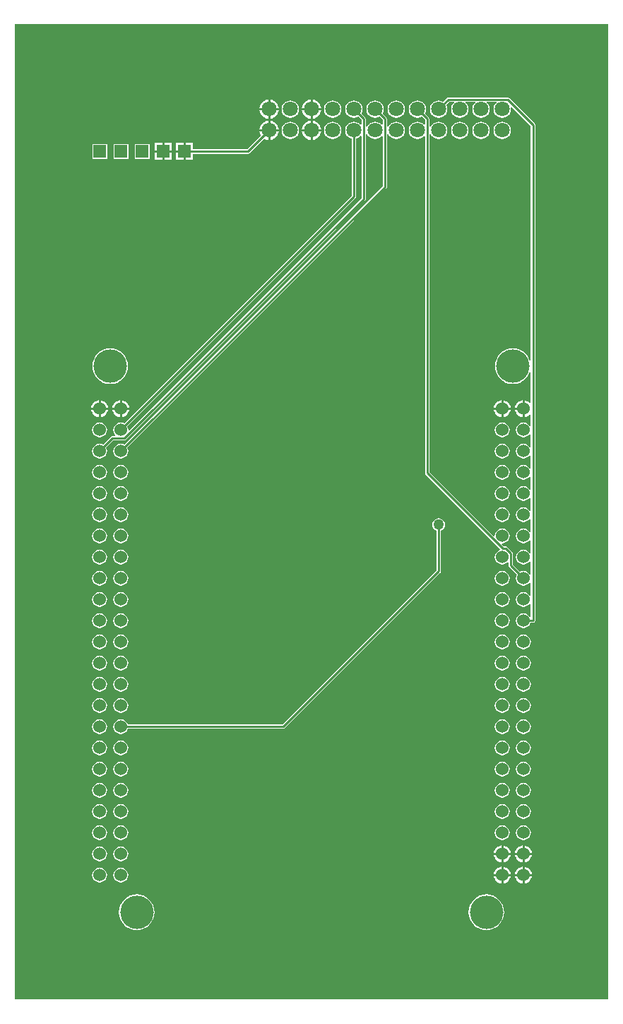
<source format=gbr>
G04 Layer_Physical_Order=2*
G04 Layer_Color=16711680*
%FSLAX26Y26*%
%MOIN*%
%TF.FileFunction,Copper,L2,Bot,Signal*%
%TF.Part,Single*%
G01*
G75*
%TA.AperFunction,Conductor*%
%ADD10C,0.010000*%
%TA.AperFunction,ComponentPad*%
%ADD11C,0.060000*%
%ADD12C,0.157480*%
%ADD13R,0.060000X0.060000*%
%ADD14C,0.070866*%
%TA.AperFunction,ViaPad*%
%ADD15C,0.050000*%
G36*
X2800000Y0D02*
X0D01*
Y4600000D01*
X2800000D01*
Y0D01*
D02*
G37*
%LPC*%
G36*
X2000000Y2270259D02*
X1992168Y2269228D01*
X1984871Y2266205D01*
X1978604Y2261396D01*
X1973795Y2255129D01*
X1970772Y2247832D01*
X1969741Y2240000D01*
X1970772Y2232168D01*
X1973795Y2224871D01*
X1978604Y2218604D01*
X1984871Y2213795D01*
X1989804Y2211751D01*
Y2024223D01*
X1263277Y1297696D01*
X533660D01*
X530572Y1305151D01*
X524962Y1312462D01*
X517651Y1318072D01*
X509137Y1321599D01*
X500000Y1322802D01*
X490863Y1321599D01*
X482349Y1318072D01*
X475038Y1312462D01*
X469428Y1305151D01*
X465901Y1296637D01*
X464698Y1287500D01*
X465901Y1278363D01*
X469428Y1269849D01*
X475038Y1262538D01*
X482349Y1256928D01*
X490863Y1253401D01*
X500000Y1252198D01*
X509137Y1253401D01*
X517651Y1256928D01*
X524962Y1262538D01*
X530572Y1269849D01*
X533660Y1277304D01*
X1267500D01*
X1271402Y1278080D01*
X1274710Y1280290D01*
X2007210Y2012790D01*
X2009420Y2016098D01*
X2010196Y2020000D01*
Y2211751D01*
X2015129Y2213795D01*
X2021396Y2218604D01*
X2026205Y2224871D01*
X2029228Y2232168D01*
X2030259Y2240000D01*
X2029228Y2247832D01*
X2026205Y2255129D01*
X2021396Y2261396D01*
X2015129Y2266205D01*
X2007832Y2269228D01*
X2000000Y2270259D01*
D02*
G37*
G36*
X400000Y1422802D02*
X390863Y1421599D01*
X382349Y1418072D01*
X375038Y1412462D01*
X369428Y1405151D01*
X365901Y1396637D01*
X364698Y1387500D01*
X365901Y1378363D01*
X369428Y1369849D01*
X375038Y1362538D01*
X382349Y1356928D01*
X390863Y1353401D01*
X400000Y1352198D01*
X409137Y1353401D01*
X417651Y1356928D01*
X424962Y1362538D01*
X430572Y1369849D01*
X434099Y1378363D01*
X435302Y1387500D01*
X434099Y1396637D01*
X430572Y1405151D01*
X424962Y1412462D01*
X417651Y1418072D01*
X409137Y1421599D01*
X400000Y1422802D01*
D02*
G37*
G36*
X2300000Y1322802D02*
X2290863Y1321599D01*
X2282349Y1318072D01*
X2275038Y1312462D01*
X2269428Y1305151D01*
X2265901Y1296637D01*
X2264698Y1287500D01*
X2265901Y1278363D01*
X2269428Y1269849D01*
X2275038Y1262538D01*
X2282349Y1256928D01*
X2290863Y1253401D01*
X2300000Y1252198D01*
X2309137Y1253401D01*
X2317651Y1256928D01*
X2324962Y1262538D01*
X2330572Y1269849D01*
X2334099Y1278363D01*
X2335302Y1287500D01*
X2334099Y1296637D01*
X2330572Y1305151D01*
X2324962Y1312462D01*
X2317651Y1318072D01*
X2309137Y1321599D01*
X2300000Y1322802D01*
D02*
G37*
G36*
X2400000D02*
X2390863Y1321599D01*
X2382349Y1318072D01*
X2375038Y1312462D01*
X2369428Y1305151D01*
X2365901Y1296637D01*
X2364698Y1287500D01*
X2365901Y1278363D01*
X2369428Y1269849D01*
X2375038Y1262538D01*
X2382349Y1256928D01*
X2390863Y1253401D01*
X2400000Y1252198D01*
X2409137Y1253401D01*
X2417651Y1256928D01*
X2424962Y1262538D01*
X2430572Y1269849D01*
X2434099Y1278363D01*
X2435302Y1287500D01*
X2434099Y1296637D01*
X2430572Y1305151D01*
X2424962Y1312462D01*
X2417651Y1318072D01*
X2409137Y1321599D01*
X2400000Y1322802D01*
D02*
G37*
G36*
Y1422802D02*
X2390863Y1421599D01*
X2382349Y1418072D01*
X2375038Y1412462D01*
X2369428Y1405151D01*
X2365901Y1396637D01*
X2364698Y1387500D01*
X2365901Y1378363D01*
X2369428Y1369849D01*
X2375038Y1362538D01*
X2382349Y1356928D01*
X2390863Y1353401D01*
X2400000Y1352198D01*
X2409137Y1353401D01*
X2417651Y1356928D01*
X2424962Y1362538D01*
X2430572Y1369849D01*
X2434099Y1378363D01*
X2435302Y1387500D01*
X2434099Y1396637D01*
X2430572Y1405151D01*
X2424962Y1412462D01*
X2417651Y1418072D01*
X2409137Y1421599D01*
X2400000Y1422802D01*
D02*
G37*
G36*
X400000Y1522802D02*
X390863Y1521599D01*
X382349Y1518072D01*
X375038Y1512462D01*
X369428Y1505151D01*
X365901Y1496637D01*
X364698Y1487500D01*
X365901Y1478363D01*
X369428Y1469849D01*
X375038Y1462538D01*
X382349Y1456928D01*
X390863Y1453401D01*
X400000Y1452198D01*
X409137Y1453401D01*
X417651Y1456928D01*
X424962Y1462538D01*
X430572Y1469849D01*
X434099Y1478363D01*
X435302Y1487500D01*
X434099Y1496637D01*
X430572Y1505151D01*
X424962Y1512462D01*
X417651Y1518072D01*
X409137Y1521599D01*
X400000Y1522802D01*
D02*
G37*
G36*
X500000Y1422802D02*
X490863Y1421599D01*
X482349Y1418072D01*
X475038Y1412462D01*
X469428Y1405151D01*
X465901Y1396637D01*
X464698Y1387500D01*
X465901Y1378363D01*
X469428Y1369849D01*
X475038Y1362538D01*
X482349Y1356928D01*
X490863Y1353401D01*
X500000Y1352198D01*
X509137Y1353401D01*
X517651Y1356928D01*
X524962Y1362538D01*
X530572Y1369849D01*
X534099Y1378363D01*
X535302Y1387500D01*
X534099Y1396637D01*
X530572Y1405151D01*
X524962Y1412462D01*
X517651Y1418072D01*
X509137Y1421599D01*
X500000Y1422802D01*
D02*
G37*
G36*
X2300000D02*
X2290863Y1421599D01*
X2282349Y1418072D01*
X2275038Y1412462D01*
X2269428Y1405151D01*
X2265901Y1396637D01*
X2264698Y1387500D01*
X2265901Y1378363D01*
X2269428Y1369849D01*
X2275038Y1362538D01*
X2282349Y1356928D01*
X2290863Y1353401D01*
X2300000Y1352198D01*
X2309137Y1353401D01*
X2317651Y1356928D01*
X2324962Y1362538D01*
X2330572Y1369849D01*
X2334099Y1378363D01*
X2335302Y1387500D01*
X2334099Y1396637D01*
X2330572Y1405151D01*
X2324962Y1412462D01*
X2317651Y1418072D01*
X2309137Y1421599D01*
X2300000Y1422802D01*
D02*
G37*
G36*
X400000Y1322802D02*
X390863Y1321599D01*
X382349Y1318072D01*
X375038Y1312462D01*
X369428Y1305151D01*
X365901Y1296637D01*
X364698Y1287500D01*
X365901Y1278363D01*
X369428Y1269849D01*
X375038Y1262538D01*
X382349Y1256928D01*
X390863Y1253401D01*
X400000Y1252198D01*
X409137Y1253401D01*
X417651Y1256928D01*
X424962Y1262538D01*
X430572Y1269849D01*
X434099Y1278363D01*
X435302Y1287500D01*
X434099Y1296637D01*
X430572Y1305151D01*
X424962Y1312462D01*
X417651Y1318072D01*
X409137Y1321599D01*
X400000Y1322802D01*
D02*
G37*
G36*
X2300000Y1122802D02*
X2290863Y1121599D01*
X2282349Y1118072D01*
X2275038Y1112462D01*
X2269428Y1105151D01*
X2265901Y1096637D01*
X2264698Y1087500D01*
X2265901Y1078363D01*
X2269428Y1069849D01*
X2275038Y1062538D01*
X2282349Y1056928D01*
X2290863Y1053401D01*
X2300000Y1052198D01*
X2309137Y1053401D01*
X2317651Y1056928D01*
X2324962Y1062538D01*
X2330572Y1069849D01*
X2334099Y1078363D01*
X2335302Y1087500D01*
X2334099Y1096637D01*
X2330572Y1105151D01*
X2324962Y1112462D01*
X2317651Y1118072D01*
X2309137Y1121599D01*
X2300000Y1122802D01*
D02*
G37*
G36*
X2400000D02*
X2390863Y1121599D01*
X2382349Y1118072D01*
X2375038Y1112462D01*
X2369428Y1105151D01*
X2365901Y1096637D01*
X2364698Y1087500D01*
X2365901Y1078363D01*
X2369428Y1069849D01*
X2375038Y1062538D01*
X2382349Y1056928D01*
X2390863Y1053401D01*
X2400000Y1052198D01*
X2409137Y1053401D01*
X2417651Y1056928D01*
X2424962Y1062538D01*
X2430572Y1069849D01*
X2434099Y1078363D01*
X2435302Y1087500D01*
X2434099Y1096637D01*
X2430572Y1105151D01*
X2424962Y1112462D01*
X2417651Y1118072D01*
X2409137Y1121599D01*
X2400000Y1122802D01*
D02*
G37*
G36*
X400000D02*
X390863Y1121599D01*
X382349Y1118072D01*
X375038Y1112462D01*
X369428Y1105151D01*
X365901Y1096637D01*
X364698Y1087500D01*
X365901Y1078363D01*
X369428Y1069849D01*
X375038Y1062538D01*
X382349Y1056928D01*
X390863Y1053401D01*
X400000Y1052198D01*
X409137Y1053401D01*
X417651Y1056928D01*
X424962Y1062538D01*
X430572Y1069849D01*
X434099Y1078363D01*
X435302Y1087500D01*
X434099Y1096637D01*
X430572Y1105151D01*
X424962Y1112462D01*
X417651Y1118072D01*
X409137Y1121599D01*
X400000Y1122802D01*
D02*
G37*
G36*
X500000D02*
X490863Y1121599D01*
X482349Y1118072D01*
X475038Y1112462D01*
X469428Y1105151D01*
X465901Y1096637D01*
X464698Y1087500D01*
X465901Y1078363D01*
X469428Y1069849D01*
X475038Y1062538D01*
X482349Y1056928D01*
X490863Y1053401D01*
X500000Y1052198D01*
X509137Y1053401D01*
X517651Y1056928D01*
X524962Y1062538D01*
X530572Y1069849D01*
X534099Y1078363D01*
X535302Y1087500D01*
X534099Y1096637D01*
X530572Y1105151D01*
X524962Y1112462D01*
X517651Y1118072D01*
X509137Y1121599D01*
X500000Y1122802D01*
D02*
G37*
G36*
X2300000Y1222802D02*
X2290863Y1221599D01*
X2282349Y1218072D01*
X2275038Y1212462D01*
X2269428Y1205151D01*
X2265901Y1196637D01*
X2264698Y1187500D01*
X2265901Y1178363D01*
X2269428Y1169849D01*
X2275038Y1162538D01*
X2282349Y1156928D01*
X2290863Y1153401D01*
X2300000Y1152198D01*
X2309137Y1153401D01*
X2317651Y1156928D01*
X2324962Y1162538D01*
X2330572Y1169849D01*
X2334099Y1178363D01*
X2335302Y1187500D01*
X2334099Y1196637D01*
X2330572Y1205151D01*
X2324962Y1212462D01*
X2317651Y1218072D01*
X2309137Y1221599D01*
X2300000Y1222802D01*
D02*
G37*
G36*
X2400000D02*
X2390863Y1221599D01*
X2382349Y1218072D01*
X2375038Y1212462D01*
X2369428Y1205151D01*
X2365901Y1196637D01*
X2364698Y1187500D01*
X2365901Y1178363D01*
X2369428Y1169849D01*
X2375038Y1162538D01*
X2382349Y1156928D01*
X2390863Y1153401D01*
X2400000Y1152198D01*
X2409137Y1153401D01*
X2417651Y1156928D01*
X2424962Y1162538D01*
X2430572Y1169849D01*
X2434099Y1178363D01*
X2435302Y1187500D01*
X2434099Y1196637D01*
X2430572Y1205151D01*
X2424962Y1212462D01*
X2417651Y1218072D01*
X2409137Y1221599D01*
X2400000Y1222802D01*
D02*
G37*
G36*
X400000D02*
X390863Y1221599D01*
X382349Y1218072D01*
X375038Y1212462D01*
X369428Y1205151D01*
X365901Y1196637D01*
X364698Y1187500D01*
X365901Y1178363D01*
X369428Y1169849D01*
X375038Y1162538D01*
X382349Y1156928D01*
X390863Y1153401D01*
X400000Y1152198D01*
X409137Y1153401D01*
X417651Y1156928D01*
X424962Y1162538D01*
X430572Y1169849D01*
X434099Y1178363D01*
X435302Y1187500D01*
X434099Y1196637D01*
X430572Y1205151D01*
X424962Y1212462D01*
X417651Y1218072D01*
X409137Y1221599D01*
X400000Y1222802D01*
D02*
G37*
G36*
X500000D02*
X490863Y1221599D01*
X482349Y1218072D01*
X475038Y1212462D01*
X469428Y1205151D01*
X465901Y1196637D01*
X464698Y1187500D01*
X465901Y1178363D01*
X469428Y1169849D01*
X475038Y1162538D01*
X482349Y1156928D01*
X490863Y1153401D01*
X500000Y1152198D01*
X509137Y1153401D01*
X517651Y1156928D01*
X524962Y1162538D01*
X530572Y1169849D01*
X534099Y1178363D01*
X535302Y1187500D01*
X534099Y1196637D01*
X530572Y1205151D01*
X524962Y1212462D01*
X517651Y1218072D01*
X509137Y1221599D01*
X500000Y1222802D01*
D02*
G37*
G36*
X400000Y1822802D02*
X390863Y1821599D01*
X382349Y1818072D01*
X375038Y1812462D01*
X369428Y1805151D01*
X365901Y1796637D01*
X364698Y1787500D01*
X365901Y1778363D01*
X369428Y1769849D01*
X375038Y1762538D01*
X382349Y1756928D01*
X390863Y1753401D01*
X400000Y1752198D01*
X409137Y1753401D01*
X417651Y1756928D01*
X424962Y1762538D01*
X430572Y1769849D01*
X434099Y1778363D01*
X435302Y1787500D01*
X434099Y1796637D01*
X430572Y1805151D01*
X424962Y1812462D01*
X417651Y1818072D01*
X409137Y1821599D01*
X400000Y1822802D01*
D02*
G37*
G36*
X500000D02*
X490863Y1821599D01*
X482349Y1818072D01*
X475038Y1812462D01*
X469428Y1805151D01*
X465901Y1796637D01*
X464698Y1787500D01*
X465901Y1778363D01*
X469428Y1769849D01*
X475038Y1762538D01*
X482349Y1756928D01*
X490863Y1753401D01*
X500000Y1752198D01*
X509137Y1753401D01*
X517651Y1756928D01*
X524962Y1762538D01*
X530572Y1769849D01*
X534099Y1778363D01*
X535302Y1787500D01*
X534099Y1796637D01*
X530572Y1805151D01*
X524962Y1812462D01*
X517651Y1818072D01*
X509137Y1821599D01*
X500000Y1822802D01*
D02*
G37*
G36*
X2300000Y1722802D02*
X2290863Y1721599D01*
X2282349Y1718072D01*
X2275038Y1712462D01*
X2269428Y1705151D01*
X2265901Y1696637D01*
X2264698Y1687500D01*
X2265901Y1678363D01*
X2269428Y1669849D01*
X2275038Y1662538D01*
X2282349Y1656928D01*
X2290863Y1653401D01*
X2300000Y1652198D01*
X2309137Y1653401D01*
X2317651Y1656928D01*
X2324962Y1662538D01*
X2330572Y1669849D01*
X2334099Y1678363D01*
X2335302Y1687500D01*
X2334099Y1696637D01*
X2330572Y1705151D01*
X2324962Y1712462D01*
X2317651Y1718072D01*
X2309137Y1721599D01*
X2300000Y1722802D01*
D02*
G37*
G36*
X2400000D02*
X2390863Y1721599D01*
X2382349Y1718072D01*
X2375038Y1712462D01*
X2369428Y1705151D01*
X2365901Y1696637D01*
X2364698Y1687500D01*
X2365901Y1678363D01*
X2369428Y1669849D01*
X2375038Y1662538D01*
X2382349Y1656928D01*
X2390863Y1653401D01*
X2400000Y1652198D01*
X2409137Y1653401D01*
X2417651Y1656928D01*
X2424962Y1662538D01*
X2430572Y1669849D01*
X2434099Y1678363D01*
X2435302Y1687500D01*
X2434099Y1696637D01*
X2430572Y1705151D01*
X2424962Y1712462D01*
X2417651Y1718072D01*
X2409137Y1721599D01*
X2400000Y1722802D01*
D02*
G37*
G36*
X500000Y1922802D02*
X490863Y1921599D01*
X482349Y1918072D01*
X475038Y1912462D01*
X469428Y1905151D01*
X465901Y1896637D01*
X464698Y1887500D01*
X465901Y1878363D01*
X469428Y1869849D01*
X475038Y1862538D01*
X482349Y1856928D01*
X490863Y1853401D01*
X500000Y1852198D01*
X509137Y1853401D01*
X517651Y1856928D01*
X524962Y1862538D01*
X530572Y1869849D01*
X534099Y1878363D01*
X535302Y1887500D01*
X534099Y1896637D01*
X530572Y1905151D01*
X524962Y1912462D01*
X517651Y1918072D01*
X509137Y1921599D01*
X500000Y1922802D01*
D02*
G37*
G36*
X2300000D02*
X2290863Y1921599D01*
X2282349Y1918072D01*
X2275038Y1912462D01*
X2269428Y1905151D01*
X2265901Y1896637D01*
X2264698Y1887500D01*
X2265901Y1878363D01*
X2269428Y1869849D01*
X2275038Y1862538D01*
X2282349Y1856928D01*
X2290863Y1853401D01*
X2300000Y1852198D01*
X2309137Y1853401D01*
X2317651Y1856928D01*
X2324962Y1862538D01*
X2330572Y1869849D01*
X2334099Y1878363D01*
X2335302Y1887500D01*
X2334099Y1896637D01*
X2330572Y1905151D01*
X2324962Y1912462D01*
X2317651Y1918072D01*
X2309137Y1921599D01*
X2300000Y1922802D01*
D02*
G37*
G36*
Y1822802D02*
X2290863Y1821599D01*
X2282349Y1818072D01*
X2275038Y1812462D01*
X2269428Y1805151D01*
X2265901Y1796637D01*
X2264698Y1787500D01*
X2265901Y1778363D01*
X2269428Y1769849D01*
X2275038Y1762538D01*
X2282349Y1756928D01*
X2290863Y1753401D01*
X2300000Y1752198D01*
X2309137Y1753401D01*
X2317651Y1756928D01*
X2324962Y1762538D01*
X2330572Y1769849D01*
X2334099Y1778363D01*
X2335302Y1787500D01*
X2334099Y1796637D01*
X2330572Y1805151D01*
X2324962Y1812462D01*
X2317651Y1818072D01*
X2309137Y1821599D01*
X2300000Y1822802D01*
D02*
G37*
G36*
X400000Y1922802D02*
X390863Y1921599D01*
X382349Y1918072D01*
X375038Y1912462D01*
X369428Y1905151D01*
X365901Y1896637D01*
X364698Y1887500D01*
X365901Y1878363D01*
X369428Y1869849D01*
X375038Y1862538D01*
X382349Y1856928D01*
X390863Y1853401D01*
X400000Y1852198D01*
X409137Y1853401D01*
X417651Y1856928D01*
X424962Y1862538D01*
X430572Y1869849D01*
X434099Y1878363D01*
X435302Y1887500D01*
X434099Y1896637D01*
X430572Y1905151D01*
X424962Y1912462D01*
X417651Y1918072D01*
X409137Y1921599D01*
X400000Y1922802D01*
D02*
G37*
G36*
X500000Y1722802D02*
X490863Y1721599D01*
X482349Y1718072D01*
X475038Y1712462D01*
X469428Y1705151D01*
X465901Y1696637D01*
X464698Y1687500D01*
X465901Y1678363D01*
X469428Y1669849D01*
X475038Y1662538D01*
X482349Y1656928D01*
X490863Y1653401D01*
X500000Y1652198D01*
X509137Y1653401D01*
X517651Y1656928D01*
X524962Y1662538D01*
X530572Y1669849D01*
X534099Y1678363D01*
X535302Y1687500D01*
X534099Y1696637D01*
X530572Y1705151D01*
X524962Y1712462D01*
X517651Y1718072D01*
X509137Y1721599D01*
X500000Y1722802D01*
D02*
G37*
G36*
X2400000Y1522802D02*
X2390863Y1521599D01*
X2382349Y1518072D01*
X2375038Y1512462D01*
X2369428Y1505151D01*
X2365901Y1496637D01*
X2364698Y1487500D01*
X2365901Y1478363D01*
X2369428Y1469849D01*
X2375038Y1462538D01*
X2382349Y1456928D01*
X2390863Y1453401D01*
X2400000Y1452198D01*
X2409137Y1453401D01*
X2417651Y1456928D01*
X2424962Y1462538D01*
X2430572Y1469849D01*
X2434099Y1478363D01*
X2435302Y1487500D01*
X2434099Y1496637D01*
X2430572Y1505151D01*
X2424962Y1512462D01*
X2417651Y1518072D01*
X2409137Y1521599D01*
X2400000Y1522802D01*
D02*
G37*
G36*
X400000Y1622802D02*
X390863Y1621599D01*
X382349Y1618072D01*
X375038Y1612462D01*
X369428Y1605151D01*
X365901Y1596637D01*
X364698Y1587500D01*
X365901Y1578363D01*
X369428Y1569849D01*
X375038Y1562538D01*
X382349Y1556928D01*
X390863Y1553401D01*
X400000Y1552198D01*
X409137Y1553401D01*
X417651Y1556928D01*
X424962Y1562538D01*
X430572Y1569849D01*
X434099Y1578363D01*
X435302Y1587500D01*
X434099Y1596637D01*
X430572Y1605151D01*
X424962Y1612462D01*
X417651Y1618072D01*
X409137Y1621599D01*
X400000Y1622802D01*
D02*
G37*
G36*
X500000Y1522802D02*
X490863Y1521599D01*
X482349Y1518072D01*
X475038Y1512462D01*
X469428Y1505151D01*
X465901Y1496637D01*
X464698Y1487500D01*
X465901Y1478363D01*
X469428Y1469849D01*
X475038Y1462538D01*
X482349Y1456928D01*
X490863Y1453401D01*
X500000Y1452198D01*
X509137Y1453401D01*
X517651Y1456928D01*
X524962Y1462538D01*
X530572Y1469849D01*
X534099Y1478363D01*
X535302Y1487500D01*
X534099Y1496637D01*
X530572Y1505151D01*
X524962Y1512462D01*
X517651Y1518072D01*
X509137Y1521599D01*
X500000Y1522802D01*
D02*
G37*
G36*
X2300000D02*
X2290863Y1521599D01*
X2282349Y1518072D01*
X2275038Y1512462D01*
X2269428Y1505151D01*
X2265901Y1496637D01*
X2264698Y1487500D01*
X2265901Y1478363D01*
X2269428Y1469849D01*
X2275038Y1462538D01*
X2282349Y1456928D01*
X2290863Y1453401D01*
X2300000Y1452198D01*
X2309137Y1453401D01*
X2317651Y1456928D01*
X2324962Y1462538D01*
X2330572Y1469849D01*
X2334099Y1478363D01*
X2335302Y1487500D01*
X2334099Y1496637D01*
X2330572Y1505151D01*
X2324962Y1512462D01*
X2317651Y1518072D01*
X2309137Y1521599D01*
X2300000Y1522802D01*
D02*
G37*
G36*
X2400000Y1622802D02*
X2390863Y1621599D01*
X2382349Y1618072D01*
X2375038Y1612462D01*
X2369428Y1605151D01*
X2365901Y1596637D01*
X2364698Y1587500D01*
X2365901Y1578363D01*
X2369428Y1569849D01*
X2375038Y1562538D01*
X2382349Y1556928D01*
X2390863Y1553401D01*
X2400000Y1552198D01*
X2409137Y1553401D01*
X2417651Y1556928D01*
X2424962Y1562538D01*
X2430572Y1569849D01*
X2434099Y1578363D01*
X2435302Y1587500D01*
X2434099Y1596637D01*
X2430572Y1605151D01*
X2424962Y1612462D01*
X2417651Y1618072D01*
X2409137Y1621599D01*
X2400000Y1622802D01*
D02*
G37*
G36*
X400000Y1722802D02*
X390863Y1721599D01*
X382349Y1718072D01*
X375038Y1712462D01*
X369428Y1705151D01*
X365901Y1696637D01*
X364698Y1687500D01*
X365901Y1678363D01*
X369428Y1669849D01*
X375038Y1662538D01*
X382349Y1656928D01*
X390863Y1653401D01*
X400000Y1652198D01*
X409137Y1653401D01*
X417651Y1656928D01*
X424962Y1662538D01*
X430572Y1669849D01*
X434099Y1678363D01*
X435302Y1687500D01*
X434099Y1696637D01*
X430572Y1705151D01*
X424962Y1712462D01*
X417651Y1718072D01*
X409137Y1721599D01*
X400000Y1722802D01*
D02*
G37*
G36*
X500000Y1622802D02*
X490863Y1621599D01*
X482349Y1618072D01*
X475038Y1612462D01*
X469428Y1605151D01*
X465901Y1596637D01*
X464698Y1587500D01*
X465901Y1578363D01*
X469428Y1569849D01*
X475038Y1562538D01*
X482349Y1556928D01*
X490863Y1553401D01*
X500000Y1552198D01*
X509137Y1553401D01*
X517651Y1556928D01*
X524962Y1562538D01*
X530572Y1569849D01*
X534099Y1578363D01*
X535302Y1587500D01*
X534099Y1596637D01*
X530572Y1605151D01*
X524962Y1612462D01*
X517651Y1618072D01*
X509137Y1621599D01*
X500000Y1622802D01*
D02*
G37*
G36*
X2300000D02*
X2290863Y1621599D01*
X2282349Y1618072D01*
X2275038Y1612462D01*
X2269428Y1605151D01*
X2265901Y1596637D01*
X2264698Y1587500D01*
X2265901Y1578363D01*
X2269428Y1569849D01*
X2275038Y1562538D01*
X2282349Y1556928D01*
X2290863Y1553401D01*
X2300000Y1552198D01*
X2309137Y1553401D01*
X2317651Y1556928D01*
X2324962Y1562538D01*
X2330572Y1569849D01*
X2334099Y1578363D01*
X2335302Y1587500D01*
X2334099Y1596637D01*
X2330572Y1605151D01*
X2324962Y1612462D01*
X2317651Y1618072D01*
X2309137Y1621599D01*
X2300000Y1622802D01*
D02*
G37*
G36*
X2405000Y627187D02*
Y592500D01*
X2439687D01*
X2438970Y597942D01*
X2434940Y607673D01*
X2428528Y616028D01*
X2420173Y622440D01*
X2410442Y626471D01*
X2405000Y627187D01*
D02*
G37*
G36*
X2295000Y682500D02*
X2260313D01*
X2261030Y677058D01*
X2265060Y667327D01*
X2271472Y658972D01*
X2279827Y652560D01*
X2289558Y648529D01*
X2295000Y647813D01*
Y682500D01*
D02*
G37*
G36*
X2395000Y627187D02*
X2389558Y626471D01*
X2379827Y622440D01*
X2371472Y616028D01*
X2365060Y607673D01*
X2361030Y597942D01*
X2360313Y592500D01*
X2395000D01*
Y627187D01*
D02*
G37*
G36*
X2305000D02*
Y592500D01*
X2339687D01*
X2338970Y597942D01*
X2334940Y607673D01*
X2328528Y616028D01*
X2320173Y622440D01*
X2310442Y626471D01*
X2305000Y627187D01*
D02*
G37*
G36*
X2439687Y682500D02*
X2405000D01*
Y647813D01*
X2410442Y648529D01*
X2420173Y652560D01*
X2428528Y658972D01*
X2434940Y667327D01*
X2438970Y677058D01*
X2439687Y682500D01*
D02*
G37*
G36*
X400000Y722802D02*
X390863Y721599D01*
X382349Y718072D01*
X375038Y712462D01*
X369428Y705151D01*
X365901Y696637D01*
X364698Y687500D01*
X365901Y678363D01*
X369428Y669849D01*
X375038Y662538D01*
X382349Y656928D01*
X390863Y653401D01*
X400000Y652198D01*
X409137Y653401D01*
X417651Y656928D01*
X424962Y662538D01*
X430572Y669849D01*
X434099Y678363D01*
X435302Y687500D01*
X434099Y696637D01*
X430572Y705151D01*
X424962Y712462D01*
X417651Y718072D01*
X409137Y721599D01*
X400000Y722802D01*
D02*
G37*
G36*
X2395000Y682500D02*
X2360313D01*
X2361030Y677058D01*
X2365060Y667327D01*
X2371472Y658972D01*
X2379827Y652560D01*
X2389558Y648529D01*
X2395000Y647813D01*
Y682500D01*
D02*
G37*
G36*
X2339687D02*
X2305000D01*
Y647813D01*
X2310442Y648529D01*
X2320173Y652560D01*
X2328528Y658972D01*
X2334940Y667327D01*
X2338970Y677058D01*
X2339687Y682500D01*
D02*
G37*
G36*
X2295000Y627187D02*
X2289558Y626471D01*
X2279827Y622440D01*
X2271472Y616028D01*
X2265060Y607673D01*
X2261030Y597942D01*
X2260313Y592500D01*
X2295000D01*
Y627187D01*
D02*
G37*
G36*
Y582500D02*
X2260313D01*
X2261030Y577058D01*
X2265060Y567327D01*
X2271472Y558972D01*
X2279827Y552560D01*
X2289558Y548529D01*
X2295000Y547813D01*
Y582500D01*
D02*
G37*
G36*
X2395000D02*
X2360313D01*
X2361030Y577058D01*
X2365060Y567327D01*
X2371472Y558972D01*
X2379827Y552560D01*
X2389558Y548529D01*
X2395000Y547813D01*
Y582500D01*
D02*
G37*
G36*
X575000Y496645D02*
X558584Y495029D01*
X542799Y490240D01*
X528251Y482464D01*
X515500Y472000D01*
X505036Y459249D01*
X497260Y444701D01*
X492471Y428916D01*
X490855Y412500D01*
X492471Y396084D01*
X497260Y380299D01*
X505036Y365751D01*
X515500Y353000D01*
X528251Y342536D01*
X542799Y334760D01*
X558584Y329971D01*
X575000Y328355D01*
X591416Y329971D01*
X607201Y334760D01*
X621749Y342536D01*
X634500Y353000D01*
X644964Y365751D01*
X652740Y380299D01*
X657529Y396084D01*
X659145Y412500D01*
X657529Y428916D01*
X652740Y444701D01*
X644964Y459249D01*
X634500Y472000D01*
X621749Y482464D01*
X607201Y490240D01*
X591416Y495029D01*
X575000Y496645D01*
D02*
G37*
G36*
X2225000D02*
X2208584Y495029D01*
X2192799Y490240D01*
X2178251Y482464D01*
X2165500Y472000D01*
X2155036Y459249D01*
X2147260Y444701D01*
X2142472Y428916D01*
X2140855Y412500D01*
X2142472Y396084D01*
X2147260Y380299D01*
X2155036Y365751D01*
X2165500Y353000D01*
X2178251Y342536D01*
X2192799Y334760D01*
X2208584Y329971D01*
X2225000Y328355D01*
X2241416Y329971D01*
X2257201Y334760D01*
X2271749Y342536D01*
X2284500Y353000D01*
X2294964Y365751D01*
X2302740Y380299D01*
X2307528Y396084D01*
X2309145Y412500D01*
X2307528Y428916D01*
X2302740Y444701D01*
X2294964Y459249D01*
X2284500Y472000D01*
X2271749Y482464D01*
X2257201Y490240D01*
X2241416Y495029D01*
X2225000Y496645D01*
D02*
G37*
G36*
X400000Y622802D02*
X390863Y621599D01*
X382349Y618072D01*
X375038Y612462D01*
X369428Y605151D01*
X365901Y596637D01*
X364698Y587500D01*
X365901Y578363D01*
X369428Y569849D01*
X375038Y562538D01*
X382349Y556928D01*
X390863Y553401D01*
X400000Y552198D01*
X409137Y553401D01*
X417651Y556928D01*
X424962Y562538D01*
X430572Y569849D01*
X434099Y578363D01*
X435302Y587500D01*
X434099Y596637D01*
X430572Y605151D01*
X424962Y612462D01*
X417651Y618072D01*
X409137Y621599D01*
X400000Y622802D01*
D02*
G37*
G36*
X500000D02*
X490863Y621599D01*
X482349Y618072D01*
X475038Y612462D01*
X469428Y605151D01*
X465901Y596637D01*
X464698Y587500D01*
X465901Y578363D01*
X469428Y569849D01*
X475038Y562538D01*
X482349Y556928D01*
X490863Y553401D01*
X500000Y552198D01*
X509137Y553401D01*
X517651Y556928D01*
X524962Y562538D01*
X530572Y569849D01*
X534099Y578363D01*
X535302Y587500D01*
X534099Y596637D01*
X530572Y605151D01*
X524962Y612462D01*
X517651Y618072D01*
X509137Y621599D01*
X500000Y622802D01*
D02*
G37*
G36*
X2339687Y582500D02*
X2305000D01*
Y547813D01*
X2310442Y548529D01*
X2320173Y552560D01*
X2328528Y558972D01*
X2334940Y567327D01*
X2338970Y577058D01*
X2339687Y582500D01*
D02*
G37*
G36*
X2439687D02*
X2405000D01*
Y547813D01*
X2410442Y548529D01*
X2420173Y552560D01*
X2428528Y558972D01*
X2434940Y567327D01*
X2438970Y577058D01*
X2439687Y582500D01*
D02*
G37*
G36*
X2300000Y922802D02*
X2290863Y921599D01*
X2282349Y918072D01*
X2275038Y912462D01*
X2269428Y905151D01*
X2265901Y896637D01*
X2264698Y887500D01*
X2265901Y878363D01*
X2269428Y869849D01*
X2275038Y862538D01*
X2282349Y856928D01*
X2290863Y853401D01*
X2300000Y852198D01*
X2309137Y853401D01*
X2317651Y856928D01*
X2324962Y862538D01*
X2330572Y869849D01*
X2334099Y878363D01*
X2335302Y887500D01*
X2334099Y896637D01*
X2330572Y905151D01*
X2324962Y912462D01*
X2317651Y918072D01*
X2309137Y921599D01*
X2300000Y922802D01*
D02*
G37*
G36*
X2400000D02*
X2390863Y921599D01*
X2382349Y918072D01*
X2375038Y912462D01*
X2369428Y905151D01*
X2365901Y896637D01*
X2364698Y887500D01*
X2365901Y878363D01*
X2369428Y869849D01*
X2375038Y862538D01*
X2382349Y856928D01*
X2390863Y853401D01*
X2400000Y852198D01*
X2409137Y853401D01*
X2417651Y856928D01*
X2424962Y862538D01*
X2430572Y869849D01*
X2434099Y878363D01*
X2435302Y887500D01*
X2434099Y896637D01*
X2430572Y905151D01*
X2424962Y912462D01*
X2417651Y918072D01*
X2409137Y921599D01*
X2400000Y922802D01*
D02*
G37*
G36*
X400000D02*
X390863Y921599D01*
X382349Y918072D01*
X375038Y912462D01*
X369428Y905151D01*
X365901Y896637D01*
X364698Y887500D01*
X365901Y878363D01*
X369428Y869849D01*
X375038Y862538D01*
X382349Y856928D01*
X390863Y853401D01*
X400000Y852198D01*
X409137Y853401D01*
X417651Y856928D01*
X424962Y862538D01*
X430572Y869849D01*
X434099Y878363D01*
X435302Y887500D01*
X434099Y896637D01*
X430572Y905151D01*
X424962Y912462D01*
X417651Y918072D01*
X409137Y921599D01*
X400000Y922802D01*
D02*
G37*
G36*
X500000D02*
X490863Y921599D01*
X482349Y918072D01*
X475038Y912462D01*
X469428Y905151D01*
X465901Y896637D01*
X464698Y887500D01*
X465901Y878363D01*
X469428Y869849D01*
X475038Y862538D01*
X482349Y856928D01*
X490863Y853401D01*
X500000Y852198D01*
X509137Y853401D01*
X517651Y856928D01*
X524962Y862538D01*
X530572Y869849D01*
X534099Y878363D01*
X535302Y887500D01*
X534099Y896637D01*
X530572Y905151D01*
X524962Y912462D01*
X517651Y918072D01*
X509137Y921599D01*
X500000Y922802D01*
D02*
G37*
G36*
X2300000Y1022802D02*
X2290863Y1021599D01*
X2282349Y1018072D01*
X2275038Y1012462D01*
X2269428Y1005151D01*
X2265901Y996637D01*
X2264698Y987500D01*
X2265901Y978363D01*
X2269428Y969849D01*
X2275038Y962538D01*
X2282349Y956928D01*
X2290863Y953401D01*
X2300000Y952198D01*
X2309137Y953401D01*
X2317651Y956928D01*
X2324962Y962538D01*
X2330572Y969849D01*
X2334099Y978363D01*
X2335302Y987500D01*
X2334099Y996637D01*
X2330572Y1005151D01*
X2324962Y1012462D01*
X2317651Y1018072D01*
X2309137Y1021599D01*
X2300000Y1022802D01*
D02*
G37*
G36*
X2400000D02*
X2390863Y1021599D01*
X2382349Y1018072D01*
X2375038Y1012462D01*
X2369428Y1005151D01*
X2365901Y996637D01*
X2364698Y987500D01*
X2365901Y978363D01*
X2369428Y969849D01*
X2375038Y962538D01*
X2382349Y956928D01*
X2390863Y953401D01*
X2400000Y952198D01*
X2409137Y953401D01*
X2417651Y956928D01*
X2424962Y962538D01*
X2430572Y969849D01*
X2434099Y978363D01*
X2435302Y987500D01*
X2434099Y996637D01*
X2430572Y1005151D01*
X2424962Y1012462D01*
X2417651Y1018072D01*
X2409137Y1021599D01*
X2400000Y1022802D01*
D02*
G37*
G36*
X400000D02*
X390863Y1021599D01*
X382349Y1018072D01*
X375038Y1012462D01*
X369428Y1005151D01*
X365901Y996637D01*
X364698Y987500D01*
X365901Y978363D01*
X369428Y969849D01*
X375038Y962538D01*
X382349Y956928D01*
X390863Y953401D01*
X400000Y952198D01*
X409137Y953401D01*
X417651Y956928D01*
X424962Y962538D01*
X430572Y969849D01*
X434099Y978363D01*
X435302Y987500D01*
X434099Y996637D01*
X430572Y1005151D01*
X424962Y1012462D01*
X417651Y1018072D01*
X409137Y1021599D01*
X400000Y1022802D01*
D02*
G37*
G36*
X500000D02*
X490863Y1021599D01*
X482349Y1018072D01*
X475038Y1012462D01*
X469428Y1005151D01*
X465901Y996637D01*
X464698Y987500D01*
X465901Y978363D01*
X469428Y969849D01*
X475038Y962538D01*
X482349Y956928D01*
X490863Y953401D01*
X500000Y952198D01*
X509137Y953401D01*
X517651Y956928D01*
X524962Y962538D01*
X530572Y969849D01*
X534099Y978363D01*
X535302Y987500D01*
X534099Y996637D01*
X530572Y1005151D01*
X524962Y1012462D01*
X517651Y1018072D01*
X509137Y1021599D01*
X500000Y1022802D01*
D02*
G37*
G36*
X2400000Y822802D02*
X2390863Y821599D01*
X2382349Y818072D01*
X2375038Y812462D01*
X2369428Y805151D01*
X2365901Y796637D01*
X2364698Y787500D01*
X2365901Y778363D01*
X2369428Y769849D01*
X2375038Y762538D01*
X2382349Y756928D01*
X2390863Y753401D01*
X2400000Y752198D01*
X2409137Y753401D01*
X2417651Y756928D01*
X2424962Y762538D01*
X2430572Y769849D01*
X2434099Y778363D01*
X2435302Y787500D01*
X2434099Y796637D01*
X2430572Y805151D01*
X2424962Y812462D01*
X2417651Y818072D01*
X2409137Y821599D01*
X2400000Y822802D01*
D02*
G37*
G36*
X2395000Y727187D02*
X2389558Y726471D01*
X2379827Y722440D01*
X2371472Y716028D01*
X2365060Y707673D01*
X2361030Y697942D01*
X2360313Y692500D01*
X2395000D01*
Y727187D01*
D02*
G37*
G36*
X2305000D02*
Y692500D01*
X2339687D01*
X2338970Y697942D01*
X2334940Y707673D01*
X2328528Y716028D01*
X2320173Y722440D01*
X2310442Y726471D01*
X2305000Y727187D01*
D02*
G37*
G36*
X500000Y722802D02*
X490863Y721599D01*
X482349Y718072D01*
X475038Y712462D01*
X469428Y705151D01*
X465901Y696637D01*
X464698Y687500D01*
X465901Y678363D01*
X469428Y669849D01*
X475038Y662538D01*
X482349Y656928D01*
X490863Y653401D01*
X500000Y652198D01*
X509137Y653401D01*
X517651Y656928D01*
X524962Y662538D01*
X530572Y669849D01*
X534099Y678363D01*
X535302Y687500D01*
X534099Y696637D01*
X530572Y705151D01*
X524962Y712462D01*
X517651Y718072D01*
X509137Y721599D01*
X500000Y722802D01*
D02*
G37*
G36*
X2295000Y727187D02*
X2289558Y726471D01*
X2279827Y722440D01*
X2271472Y716028D01*
X2265060Y707673D01*
X2261030Y697942D01*
X2260313Y692500D01*
X2295000D01*
Y727187D01*
D02*
G37*
G36*
X500000Y822802D02*
X490863Y821599D01*
X482349Y818072D01*
X475038Y812462D01*
X469428Y805151D01*
X465901Y796637D01*
X464698Y787500D01*
X465901Y778363D01*
X469428Y769849D01*
X475038Y762538D01*
X482349Y756928D01*
X490863Y753401D01*
X500000Y752198D01*
X509137Y753401D01*
X517651Y756928D01*
X524962Y762538D01*
X530572Y769849D01*
X534099Y778363D01*
X535302Y787500D01*
X534099Y796637D01*
X530572Y805151D01*
X524962Y812462D01*
X517651Y818072D01*
X509137Y821599D01*
X500000Y822802D01*
D02*
G37*
G36*
X2300000D02*
X2290863Y821599D01*
X2282349Y818072D01*
X2275038Y812462D01*
X2269428Y805151D01*
X2265901Y796637D01*
X2264698Y787500D01*
X2265901Y778363D01*
X2269428Y769849D01*
X2275038Y762538D01*
X2282349Y756928D01*
X2290863Y753401D01*
X2300000Y752198D01*
X2309137Y753401D01*
X2317651Y756928D01*
X2324962Y762538D01*
X2330572Y769849D01*
X2334099Y778363D01*
X2335302Y787500D01*
X2334099Y796637D01*
X2330572Y805151D01*
X2324962Y812462D01*
X2317651Y818072D01*
X2309137Y821599D01*
X2300000Y822802D01*
D02*
G37*
G36*
X2405000Y727187D02*
Y692500D01*
X2439687D01*
X2438970Y697942D01*
X2434940Y707673D01*
X2428528Y716028D01*
X2420173Y722440D01*
X2410442Y726471D01*
X2405000Y727187D01*
D02*
G37*
G36*
X400000Y822802D02*
X390863Y821599D01*
X382349Y818072D01*
X375038Y812462D01*
X369428Y805151D01*
X365901Y796637D01*
X364698Y787500D01*
X365901Y778363D01*
X369428Y769849D01*
X375038Y762538D01*
X382349Y756928D01*
X390863Y753401D01*
X400000Y752198D01*
X409137Y753401D01*
X417651Y756928D01*
X424962Y762538D01*
X430572Y769849D01*
X434099Y778363D01*
X435302Y787500D01*
X434099Y796637D01*
X430572Y805151D01*
X424962Y812462D01*
X417651Y818072D01*
X409137Y821599D01*
X400000Y822802D01*
D02*
G37*
G36*
Y2022802D02*
X390863Y2021599D01*
X382349Y2018072D01*
X375038Y2012462D01*
X369428Y2005151D01*
X365901Y1996637D01*
X364698Y1987500D01*
X365901Y1978363D01*
X369428Y1969849D01*
X375038Y1962538D01*
X382349Y1956928D01*
X390863Y1953401D01*
X400000Y1952198D01*
X409137Y1953401D01*
X417651Y1956928D01*
X424962Y1962538D01*
X430572Y1969849D01*
X434099Y1978363D01*
X435302Y1987500D01*
X434099Y1996637D01*
X430572Y2005151D01*
X424962Y2012462D01*
X417651Y2018072D01*
X409137Y2021599D01*
X400000Y2022802D01*
D02*
G37*
G36*
X1445167Y4095000D02*
X1405000D01*
Y4054833D01*
X1411860Y4055736D01*
X1422912Y4060314D01*
X1432403Y4067597D01*
X1439686Y4077088D01*
X1444264Y4088140D01*
X1445167Y4095000D01*
D02*
G37*
G36*
X1300000Y4140782D02*
X1289445Y4139392D01*
X1279609Y4135318D01*
X1271163Y4128837D01*
X1264682Y4120391D01*
X1260608Y4110555D01*
X1259218Y4100000D01*
X1260608Y4089445D01*
X1264682Y4079609D01*
X1271163Y4071163D01*
X1279609Y4064682D01*
X1289445Y4060608D01*
X1300000Y4059218D01*
X1310555Y4060608D01*
X1320391Y4064682D01*
X1328837Y4071163D01*
X1335318Y4079609D01*
X1339392Y4089445D01*
X1340782Y4100000D01*
X1339392Y4110555D01*
X1335318Y4120391D01*
X1328837Y4128837D01*
X1320391Y4135318D01*
X1310555Y4139392D01*
X1300000Y4140782D01*
D02*
G37*
G36*
X1395000Y4095000D02*
X1354833D01*
X1355736Y4088140D01*
X1360314Y4077088D01*
X1367597Y4067597D01*
X1377088Y4060314D01*
X1388140Y4055736D01*
X1395000Y4054833D01*
Y4095000D01*
D02*
G37*
G36*
X1245167D02*
X1205000D01*
Y4054833D01*
X1211860Y4055736D01*
X1222912Y4060314D01*
X1232403Y4067597D01*
X1239686Y4077088D01*
X1244264Y4088140D01*
X1245167Y4095000D01*
D02*
G37*
G36*
X2200000Y4140782D02*
X2189445Y4139392D01*
X2179609Y4135318D01*
X2171163Y4128837D01*
X2164682Y4120391D01*
X2160608Y4110555D01*
X2159218Y4100000D01*
X2160608Y4089445D01*
X2164682Y4079609D01*
X2171163Y4071163D01*
X2179609Y4064682D01*
X2189445Y4060608D01*
X2200000Y4059218D01*
X2210555Y4060608D01*
X2220391Y4064682D01*
X2228837Y4071163D01*
X2235318Y4079609D01*
X2239392Y4089445D01*
X2240782Y4100000D01*
X2239392Y4110555D01*
X2235318Y4120391D01*
X2228837Y4128837D01*
X2220391Y4135318D01*
X2210555Y4139392D01*
X2200000Y4140782D01*
D02*
G37*
G36*
X2300000D02*
X2289445Y4139392D01*
X2279609Y4135318D01*
X2271163Y4128837D01*
X2264682Y4120391D01*
X2260608Y4110555D01*
X2259218Y4100000D01*
X2260608Y4089445D01*
X2264682Y4079609D01*
X2271163Y4071163D01*
X2279609Y4064682D01*
X2289445Y4060608D01*
X2300000Y4059218D01*
X2310555Y4060608D01*
X2320391Y4064682D01*
X2328837Y4071163D01*
X2335318Y4079609D01*
X2339392Y4089445D01*
X2340782Y4100000D01*
X2339392Y4110555D01*
X2335318Y4120391D01*
X2328837Y4128837D01*
X2320391Y4135318D01*
X2310555Y4139392D01*
X2300000Y4140782D01*
D02*
G37*
G36*
X1500000D02*
X1489445Y4139392D01*
X1479609Y4135318D01*
X1471163Y4128837D01*
X1464682Y4120391D01*
X1460608Y4110555D01*
X1459218Y4100000D01*
X1460608Y4089445D01*
X1464682Y4079609D01*
X1471163Y4071163D01*
X1479609Y4064682D01*
X1489445Y4060608D01*
X1500000Y4059218D01*
X1510555Y4060608D01*
X1520391Y4064682D01*
X1528837Y4071163D01*
X1535318Y4079609D01*
X1539392Y4089445D01*
X1540782Y4100000D01*
X1539392Y4110555D01*
X1535318Y4120391D01*
X1528837Y4128837D01*
X1520391Y4135318D01*
X1510555Y4139392D01*
X1500000Y4140782D01*
D02*
G37*
G36*
X2100000D02*
X2089445Y4139392D01*
X2079609Y4135318D01*
X2071163Y4128837D01*
X2064682Y4120391D01*
X2060608Y4110555D01*
X2059218Y4100000D01*
X2060608Y4089445D01*
X2064682Y4079609D01*
X2071163Y4071163D01*
X2079609Y4064682D01*
X2089445Y4060608D01*
X2100000Y4059218D01*
X2110555Y4060608D01*
X2120391Y4064682D01*
X2128837Y4071163D01*
X2135318Y4079609D01*
X2139392Y4089445D01*
X2140782Y4100000D01*
X2139392Y4110555D01*
X2135318Y4120391D01*
X2128837Y4128837D01*
X2120391Y4135318D01*
X2110555Y4139392D01*
X2100000Y4140782D01*
D02*
G37*
G36*
X1195000Y4095000D02*
X1154833D01*
X1155736Y4088140D01*
X1160314Y4077088D01*
X1161336Y4075756D01*
X1095777Y4010196D01*
X840000D01*
Y4040000D01*
X805000D01*
Y4000000D01*
Y3960000D01*
X840000D01*
Y3989804D01*
X1100000D01*
X1103902Y3990580D01*
X1107210Y3992790D01*
X1175756Y4061336D01*
X1177088Y4060314D01*
X1188140Y4055736D01*
X1195000Y4054833D01*
Y4095000D01*
D02*
G37*
G36*
X435000Y4035000D02*
X365000D01*
Y3965000D01*
X435000D01*
Y4035000D01*
D02*
G37*
G36*
X535000D02*
X465000D01*
Y3965000D01*
X535000D01*
Y4035000D01*
D02*
G37*
G36*
X740000Y3995000D02*
X705000D01*
Y3960000D01*
X740000D01*
Y3995000D01*
D02*
G37*
G36*
X795000D02*
X760000D01*
Y3960000D01*
X795000D01*
Y3995000D01*
D02*
G37*
G36*
Y4040000D02*
X760000D01*
Y4005000D01*
X795000D01*
Y4040000D01*
D02*
G37*
G36*
X740000D02*
X705000D01*
Y4005000D01*
X740000D01*
Y4040000D01*
D02*
G37*
G36*
X635000Y4035000D02*
X565000D01*
Y3965000D01*
X635000D01*
Y4035000D01*
D02*
G37*
G36*
X695000Y4040000D02*
X660000D01*
Y4005000D01*
X695000D01*
Y4040000D01*
D02*
G37*
G36*
X1800000Y4240782D02*
X1789445Y4239392D01*
X1779609Y4235318D01*
X1771163Y4228837D01*
X1764682Y4220391D01*
X1760608Y4210555D01*
X1759218Y4200000D01*
X1760608Y4189445D01*
X1764682Y4179609D01*
X1771163Y4171163D01*
X1779609Y4164682D01*
X1789445Y4160608D01*
X1800000Y4159218D01*
X1810555Y4160608D01*
X1820391Y4164682D01*
X1828837Y4171163D01*
X1835318Y4179609D01*
X1839392Y4189445D01*
X1840782Y4200000D01*
X1839392Y4210555D01*
X1835318Y4220391D01*
X1828837Y4228837D01*
X1820391Y4235318D01*
X1810555Y4239392D01*
X1800000Y4240782D01*
D02*
G37*
G36*
X1195000Y4245167D02*
X1188140Y4244264D01*
X1177088Y4239686D01*
X1167597Y4232403D01*
X1160314Y4222913D01*
X1155736Y4211860D01*
X1154833Y4205000D01*
X1195000D01*
Y4245167D01*
D02*
G37*
G36*
X1300000Y4240782D02*
X1289445Y4239392D01*
X1279609Y4235318D01*
X1271163Y4228837D01*
X1264682Y4220391D01*
X1260608Y4210555D01*
X1259218Y4200000D01*
X1260608Y4189445D01*
X1264682Y4179609D01*
X1271163Y4171163D01*
X1279609Y4164682D01*
X1289445Y4160608D01*
X1300000Y4159218D01*
X1310555Y4160608D01*
X1320391Y4164682D01*
X1328837Y4171163D01*
X1335318Y4179609D01*
X1339392Y4189445D01*
X1340782Y4200000D01*
X1339392Y4210555D01*
X1335318Y4220391D01*
X1328837Y4228837D01*
X1320391Y4235318D01*
X1310555Y4239392D01*
X1300000Y4240782D01*
D02*
G37*
G36*
X1500000D02*
X1489445Y4239392D01*
X1479609Y4235318D01*
X1471163Y4228837D01*
X1464682Y4220391D01*
X1460608Y4210555D01*
X1459218Y4200000D01*
X1460608Y4189445D01*
X1464682Y4179609D01*
X1471163Y4171163D01*
X1479609Y4164682D01*
X1489445Y4160608D01*
X1500000Y4159218D01*
X1510555Y4160608D01*
X1520391Y4164682D01*
X1528837Y4171163D01*
X1535318Y4179609D01*
X1539392Y4189445D01*
X1540782Y4200000D01*
X1539392Y4210555D01*
X1535318Y4220391D01*
X1528837Y4228837D01*
X1520391Y4235318D01*
X1510555Y4239392D01*
X1500000Y4240782D01*
D02*
G37*
G36*
X1405000Y4245167D02*
Y4205000D01*
X1445167D01*
X1444264Y4211860D01*
X1439686Y4222913D01*
X1432403Y4232403D01*
X1422912Y4239686D01*
X1411860Y4244264D01*
X1405000Y4245167D01*
D02*
G37*
G36*
X2325890Y4255629D02*
X2045433D01*
X2041531Y4254853D01*
X2038224Y4252643D01*
X2020678Y4235098D01*
X2020391Y4235318D01*
X2010555Y4239392D01*
X2000000Y4240782D01*
X1989445Y4239392D01*
X1979609Y4235318D01*
X1971163Y4228837D01*
X1964682Y4220391D01*
X1960608Y4210555D01*
X1959218Y4200000D01*
X1960608Y4189445D01*
X1964682Y4179609D01*
X1971163Y4171163D01*
X1979609Y4164682D01*
X1989445Y4160608D01*
X2000000Y4159218D01*
X2010555Y4160608D01*
X2020391Y4164682D01*
X2028837Y4171163D01*
X2035318Y4179609D01*
X2039392Y4189445D01*
X2040782Y4200000D01*
X2039392Y4210555D01*
X2035318Y4220391D01*
X2035098Y4220678D01*
X2049656Y4235237D01*
X2071726D01*
X2073333Y4230502D01*
X2071163Y4228837D01*
X2064682Y4220391D01*
X2060608Y4210555D01*
X2059218Y4200000D01*
X2060608Y4189445D01*
X2064682Y4179609D01*
X2071163Y4171163D01*
X2079609Y4164682D01*
X2089445Y4160608D01*
X2100000Y4159218D01*
X2110555Y4160608D01*
X2120391Y4164682D01*
X2128837Y4171163D01*
X2135318Y4179609D01*
X2139392Y4189445D01*
X2140782Y4200000D01*
X2139392Y4210555D01*
X2135318Y4220391D01*
X2128837Y4228837D01*
X2126667Y4230502D01*
X2128274Y4235237D01*
X2171726D01*
X2173333Y4230502D01*
X2171163Y4228837D01*
X2164682Y4220391D01*
X2160608Y4210555D01*
X2159218Y4200000D01*
X2160608Y4189445D01*
X2164682Y4179609D01*
X2171163Y4171163D01*
X2179609Y4164682D01*
X2189445Y4160608D01*
X2200000Y4159218D01*
X2210555Y4160608D01*
X2220391Y4164682D01*
X2228837Y4171163D01*
X2235318Y4179609D01*
X2239392Y4189445D01*
X2240782Y4200000D01*
X2239392Y4210555D01*
X2235318Y4220391D01*
X2228837Y4228837D01*
X2226667Y4230502D01*
X2228274Y4235237D01*
X2271726D01*
X2273333Y4230502D01*
X2271163Y4228837D01*
X2264682Y4220391D01*
X2260608Y4210555D01*
X2259218Y4200000D01*
X2260608Y4189445D01*
X2264682Y4179609D01*
X2271163Y4171163D01*
X2279609Y4164682D01*
X2289445Y4160608D01*
X2300000Y4159218D01*
X2310555Y4160608D01*
X2320391Y4164682D01*
X2328837Y4171163D01*
X2335318Y4179609D01*
X2339392Y4189445D01*
X2340782Y4200000D01*
X2339410Y4210423D01*
X2339622Y4210695D01*
X2343712Y4213192D01*
X2434804Y4122100D01*
Y3013639D01*
X2429804Y3012897D01*
X2427740Y3019701D01*
X2419964Y3034249D01*
X2409500Y3047000D01*
X2396749Y3057464D01*
X2382201Y3065240D01*
X2366416Y3070028D01*
X2350000Y3071645D01*
X2333584Y3070028D01*
X2317799Y3065240D01*
X2303251Y3057464D01*
X2290500Y3047000D01*
X2280036Y3034249D01*
X2272260Y3019701D01*
X2267472Y3003916D01*
X2265855Y2987500D01*
X2267472Y2971084D01*
X2272260Y2955299D01*
X2280036Y2940751D01*
X2290500Y2928000D01*
X2303251Y2917536D01*
X2317799Y2909760D01*
X2333584Y2904972D01*
X2350000Y2903355D01*
X2366416Y2904972D01*
X2382201Y2909760D01*
X2396749Y2917536D01*
X2409500Y2928000D01*
X2419964Y2940751D01*
X2427740Y2955299D01*
X2429804Y2962103D01*
X2434804Y2961361D01*
Y2815627D01*
X2430069Y2814020D01*
X2428528Y2816028D01*
X2420173Y2822440D01*
X2410442Y2826470D01*
X2405000Y2827187D01*
Y2787500D01*
Y2747813D01*
X2410442Y2748530D01*
X2420173Y2752560D01*
X2428528Y2758972D01*
X2430069Y2760980D01*
X2434804Y2759373D01*
Y2707452D01*
X2434065Y2707050D01*
X2429804Y2706152D01*
X2424962Y2712462D01*
X2417651Y2718072D01*
X2409137Y2721599D01*
X2400000Y2722802D01*
X2390863Y2721599D01*
X2382349Y2718072D01*
X2375038Y2712462D01*
X2369428Y2705151D01*
X2365901Y2696637D01*
X2364698Y2687500D01*
X2365901Y2678363D01*
X2369428Y2669849D01*
X2375038Y2662538D01*
X2382349Y2656928D01*
X2390863Y2653401D01*
X2400000Y2652198D01*
X2409137Y2653401D01*
X2417651Y2656928D01*
X2424962Y2662538D01*
X2429804Y2668848D01*
X2434065Y2667950D01*
X2434804Y2667548D01*
Y2607452D01*
X2434065Y2607050D01*
X2429804Y2606152D01*
X2424962Y2612462D01*
X2417651Y2618072D01*
X2409137Y2621599D01*
X2400000Y2622802D01*
X2390863Y2621599D01*
X2382349Y2618072D01*
X2375038Y2612462D01*
X2369428Y2605151D01*
X2365901Y2596637D01*
X2364698Y2587500D01*
X2365901Y2578363D01*
X2369428Y2569849D01*
X2375038Y2562538D01*
X2382349Y2556928D01*
X2390863Y2553401D01*
X2400000Y2552198D01*
X2409137Y2553401D01*
X2417651Y2556928D01*
X2424962Y2562538D01*
X2429804Y2568848D01*
X2434065Y2567950D01*
X2434804Y2567548D01*
Y2507452D01*
X2434065Y2507050D01*
X2429804Y2506152D01*
X2424962Y2512462D01*
X2417651Y2518072D01*
X2409137Y2521599D01*
X2400000Y2522802D01*
X2390863Y2521599D01*
X2382349Y2518072D01*
X2375038Y2512462D01*
X2369428Y2505151D01*
X2365901Y2496637D01*
X2364698Y2487500D01*
X2365901Y2478363D01*
X2369428Y2469849D01*
X2375038Y2462538D01*
X2382349Y2456928D01*
X2390863Y2453401D01*
X2400000Y2452198D01*
X2409137Y2453401D01*
X2417651Y2456928D01*
X2424962Y2462538D01*
X2429804Y2468848D01*
X2434065Y2467950D01*
X2434804Y2467548D01*
Y2407452D01*
X2434065Y2407050D01*
X2429804Y2406152D01*
X2424962Y2412462D01*
X2417651Y2418072D01*
X2409137Y2421599D01*
X2400000Y2422802D01*
X2390863Y2421599D01*
X2382349Y2418072D01*
X2375038Y2412462D01*
X2369428Y2405151D01*
X2365901Y2396637D01*
X2364698Y2387500D01*
X2365901Y2378363D01*
X2369428Y2369849D01*
X2375038Y2362538D01*
X2382349Y2356928D01*
X2390863Y2353401D01*
X2400000Y2352198D01*
X2409137Y2353401D01*
X2417651Y2356928D01*
X2424962Y2362538D01*
X2429804Y2368848D01*
X2434065Y2367950D01*
X2434804Y2367548D01*
Y2307452D01*
X2434065Y2307050D01*
X2429804Y2306152D01*
X2424962Y2312462D01*
X2417651Y2318072D01*
X2409137Y2321599D01*
X2400000Y2322802D01*
X2390863Y2321599D01*
X2382349Y2318072D01*
X2375038Y2312462D01*
X2369428Y2305151D01*
X2365901Y2296637D01*
X2364698Y2287500D01*
X2365901Y2278363D01*
X2369428Y2269849D01*
X2375038Y2262538D01*
X2382349Y2256928D01*
X2390863Y2253401D01*
X2400000Y2252198D01*
X2409137Y2253401D01*
X2417651Y2256928D01*
X2424962Y2262538D01*
X2429804Y2268848D01*
X2434065Y2267950D01*
X2434804Y2267548D01*
Y2207452D01*
X2434065Y2207050D01*
X2429804Y2206152D01*
X2424962Y2212462D01*
X2417651Y2218072D01*
X2409137Y2221599D01*
X2400000Y2222802D01*
X2390863Y2221599D01*
X2382349Y2218072D01*
X2375038Y2212462D01*
X2369428Y2205151D01*
X2365901Y2196637D01*
X2364698Y2187500D01*
X2365901Y2178363D01*
X2369428Y2169849D01*
X2375038Y2162538D01*
X2382349Y2156928D01*
X2390863Y2153401D01*
X2400000Y2152198D01*
X2409137Y2153401D01*
X2417651Y2156928D01*
X2424962Y2162538D01*
X2429804Y2168848D01*
X2434065Y2167950D01*
X2434804Y2167548D01*
Y2107452D01*
X2434065Y2107050D01*
X2429804Y2106152D01*
X2424962Y2112462D01*
X2417651Y2118072D01*
X2409137Y2121599D01*
X2400000Y2122802D01*
X2390863Y2121599D01*
X2382349Y2118072D01*
X2375038Y2112462D01*
X2369428Y2105151D01*
X2365901Y2096637D01*
X2364698Y2087500D01*
X2365901Y2078363D01*
X2369428Y2069849D01*
X2375038Y2062538D01*
X2382349Y2056928D01*
X2390863Y2053401D01*
X2400000Y2052198D01*
X2409137Y2053401D01*
X2417651Y2056928D01*
X2424962Y2062538D01*
X2429804Y2068848D01*
X2434065Y2067950D01*
X2434804Y2067548D01*
Y2007452D01*
X2434065Y2007050D01*
X2429804Y2006152D01*
X2424962Y2012462D01*
X2417651Y2018072D01*
X2409137Y2021599D01*
X2400000Y2022802D01*
X2390863Y2021599D01*
X2383408Y2018511D01*
X2350196Y2051723D01*
Y2104068D01*
X2349420Y2107970D01*
X2347210Y2111278D01*
X2323778Y2134710D01*
X2320470Y2136920D01*
X2316568Y2137696D01*
X2307655D01*
X2297614Y2147737D01*
X2299101Y2150751D01*
X2300198Y2152224D01*
X2309137Y2153401D01*
X2317651Y2156928D01*
X2324962Y2162538D01*
X2330572Y2169849D01*
X2334099Y2178363D01*
X2335302Y2187500D01*
X2334099Y2196637D01*
X2330572Y2205151D01*
X2324962Y2212462D01*
X2317651Y2218072D01*
X2309137Y2221599D01*
X2300000Y2222802D01*
X2290863Y2221599D01*
X2282349Y2218072D01*
X2275038Y2212462D01*
X2269428Y2205151D01*
X2265901Y2196637D01*
X2264724Y2187698D01*
X2263251Y2186601D01*
X2260237Y2185114D01*
X1955629Y2489722D01*
Y4088955D01*
X1960608Y4089445D01*
X1964682Y4079609D01*
X1971163Y4071163D01*
X1979609Y4064682D01*
X1989445Y4060608D01*
X2000000Y4059218D01*
X2010555Y4060608D01*
X2020391Y4064682D01*
X2028837Y4071163D01*
X2035318Y4079609D01*
X2039392Y4089445D01*
X2040782Y4100000D01*
X2039392Y4110555D01*
X2035318Y4120391D01*
X2028837Y4128837D01*
X2020391Y4135318D01*
X2010555Y4139392D01*
X2000000Y4140782D01*
X1989445Y4139392D01*
X1979609Y4135318D01*
X1971163Y4128837D01*
X1964682Y4120391D01*
X1960608Y4110555D01*
X1955629Y4111045D01*
Y4154567D01*
X1954853Y4158469D01*
X1952643Y4161776D01*
X1935098Y4179322D01*
X1935318Y4179609D01*
X1939392Y4189445D01*
X1940782Y4200000D01*
X1939392Y4210555D01*
X1935318Y4220391D01*
X1928837Y4228837D01*
X1920391Y4235318D01*
X1910555Y4239392D01*
X1900000Y4240782D01*
X1889445Y4239392D01*
X1879609Y4235318D01*
X1871163Y4228837D01*
X1864682Y4220391D01*
X1860608Y4210555D01*
X1859218Y4200000D01*
X1860608Y4189445D01*
X1864682Y4179609D01*
X1871163Y4171163D01*
X1879609Y4164682D01*
X1889445Y4160608D01*
X1900000Y4159218D01*
X1910555Y4160608D01*
X1920391Y4164682D01*
X1920678Y4164902D01*
X1935237Y4150344D01*
Y4128274D01*
X1930503Y4126667D01*
X1928837Y4128837D01*
X1920391Y4135318D01*
X1910555Y4139392D01*
X1900000Y4140782D01*
X1889445Y4139392D01*
X1879609Y4135318D01*
X1871163Y4128837D01*
X1864682Y4120391D01*
X1860608Y4110555D01*
X1859218Y4100000D01*
X1860608Y4089445D01*
X1864682Y4079609D01*
X1871163Y4071163D01*
X1879609Y4064682D01*
X1889445Y4060608D01*
X1900000Y4059218D01*
X1910555Y4060608D01*
X1920391Y4064682D01*
X1928837Y4071163D01*
X1930503Y4073333D01*
X1935237Y4071726D01*
Y2485498D01*
X1936013Y2481597D01*
X1938224Y2478289D01*
X2290294Y2126218D01*
X2288727Y2120714D01*
X2282349Y2118072D01*
X2275038Y2112462D01*
X2269428Y2105151D01*
X2265901Y2096637D01*
X2264698Y2087500D01*
X2265901Y2078363D01*
X2269428Y2069849D01*
X2275038Y2062538D01*
X2282349Y2056928D01*
X2290863Y2053401D01*
X2300000Y2052198D01*
X2309137Y2053401D01*
X2317651Y2056928D01*
X2324804Y2062416D01*
X2326621Y2062151D01*
X2329804Y2061070D01*
Y2047500D01*
X2330580Y2043598D01*
X2332790Y2040290D01*
X2368989Y2004092D01*
X2365901Y1996637D01*
X2364698Y1987500D01*
X2365901Y1978363D01*
X2369428Y1969849D01*
X2375038Y1962538D01*
X2382349Y1956928D01*
X2390863Y1953401D01*
X2400000Y1952198D01*
X2409137Y1953401D01*
X2417651Y1956928D01*
X2424962Y1962538D01*
X2429804Y1968848D01*
X2434065Y1967950D01*
X2434804Y1967548D01*
Y1907452D01*
X2434065Y1907050D01*
X2429804Y1906152D01*
X2424962Y1912462D01*
X2417651Y1918072D01*
X2409137Y1921599D01*
X2400000Y1922802D01*
X2390863Y1921599D01*
X2382349Y1918072D01*
X2375038Y1912462D01*
X2369428Y1905151D01*
X2365901Y1896637D01*
X2364698Y1887500D01*
X2365901Y1878363D01*
X2369428Y1869849D01*
X2375038Y1862538D01*
X2382349Y1856928D01*
X2390863Y1853401D01*
X2400000Y1852198D01*
X2409137Y1853401D01*
X2417651Y1856928D01*
X2424962Y1862538D01*
X2429804Y1868848D01*
X2434065Y1867950D01*
X2434804Y1867548D01*
Y1807452D01*
X2434065Y1807050D01*
X2429804Y1806152D01*
X2424962Y1812462D01*
X2417651Y1818072D01*
X2409137Y1821599D01*
X2400000Y1822802D01*
X2390863Y1821599D01*
X2382349Y1818072D01*
X2375038Y1812462D01*
X2369428Y1805151D01*
X2365901Y1796637D01*
X2364698Y1787500D01*
X2365901Y1778363D01*
X2369428Y1769849D01*
X2375038Y1762538D01*
X2382349Y1756928D01*
X2390863Y1753401D01*
X2400000Y1752198D01*
X2409137Y1753401D01*
X2417651Y1756928D01*
X2424962Y1762538D01*
X2430572Y1769849D01*
X2433660Y1777304D01*
X2445000D01*
X2448902Y1778080D01*
X2452210Y1780290D01*
X2454420Y1783598D01*
X2455196Y1787500D01*
Y4126323D01*
X2454420Y4130225D01*
X2452210Y4133533D01*
X2333100Y4252643D01*
X2329792Y4254853D01*
X2325890Y4255629D01*
D02*
G37*
G36*
X1395000Y4245167D02*
X1388140Y4244264D01*
X1377088Y4239686D01*
X1367597Y4232403D01*
X1360314Y4222913D01*
X1355736Y4211860D01*
X1354833Y4205000D01*
X1395000D01*
Y4245167D01*
D02*
G37*
G36*
X1205000D02*
Y4205000D01*
X1245167D01*
X1244264Y4211860D01*
X1239686Y4222913D01*
X1232403Y4232403D01*
X1222912Y4239686D01*
X1211860Y4244264D01*
X1205000Y4245167D01*
D02*
G37*
G36*
X1445167Y4195000D02*
X1405000D01*
Y4154833D01*
X1411860Y4155736D01*
X1422912Y4160314D01*
X1432403Y4167597D01*
X1439686Y4177087D01*
X1444264Y4188140D01*
X1445167Y4195000D01*
D02*
G37*
G36*
X1205000Y4145167D02*
Y4105000D01*
X1245167D01*
X1244264Y4111860D01*
X1239686Y4122913D01*
X1232403Y4132403D01*
X1222912Y4139686D01*
X1211860Y4144264D01*
X1205000Y4145167D01*
D02*
G37*
G36*
X1405000D02*
Y4105000D01*
X1445167D01*
X1444264Y4111860D01*
X1439686Y4122913D01*
X1432403Y4132403D01*
X1422912Y4139686D01*
X1411860Y4144264D01*
X1405000Y4145167D01*
D02*
G37*
G36*
X1195000D02*
X1188140Y4144264D01*
X1177088Y4139686D01*
X1167597Y4132403D01*
X1160314Y4122913D01*
X1155736Y4111860D01*
X1154833Y4105000D01*
X1195000D01*
Y4145167D01*
D02*
G37*
G36*
X1395000D02*
X1388140Y4144264D01*
X1377088Y4139686D01*
X1367597Y4132403D01*
X1360314Y4122913D01*
X1355736Y4111860D01*
X1354833Y4105000D01*
X1395000D01*
Y4145167D01*
D02*
G37*
G36*
Y4195000D02*
X1354833D01*
X1355736Y4188140D01*
X1360314Y4177087D01*
X1367597Y4167597D01*
X1377088Y4160314D01*
X1388140Y4155736D01*
X1395000Y4154833D01*
Y4195000D01*
D02*
G37*
G36*
X1245167D02*
X1205000D01*
Y4154833D01*
X1211860Y4155736D01*
X1222912Y4160314D01*
X1232403Y4167597D01*
X1239686Y4177087D01*
X1244264Y4188140D01*
X1245167Y4195000D01*
D02*
G37*
G36*
X1700000Y4240782D02*
X1689445Y4239392D01*
X1679609Y4235318D01*
X1671163Y4228837D01*
X1664682Y4220391D01*
X1660608Y4210555D01*
X1659218Y4200000D01*
X1660608Y4189445D01*
X1664682Y4179609D01*
X1671163Y4171163D01*
X1679609Y4164682D01*
X1689445Y4160608D01*
X1700000Y4159218D01*
X1710555Y4160608D01*
X1720391Y4164682D01*
X1720678Y4164902D01*
X1735237Y4150344D01*
Y4128274D01*
X1730503Y4126667D01*
X1728837Y4128837D01*
X1720391Y4135318D01*
X1710555Y4139392D01*
X1700000Y4140782D01*
X1689445Y4139392D01*
X1679609Y4135318D01*
X1671163Y4128837D01*
X1664682Y4120391D01*
X1660608Y4110555D01*
X1655629Y4111045D01*
Y4154567D01*
X1654853Y4158469D01*
X1652643Y4161776D01*
X1635098Y4179322D01*
X1635318Y4179609D01*
X1639392Y4189445D01*
X1640782Y4200000D01*
X1639392Y4210555D01*
X1635318Y4220391D01*
X1628837Y4228837D01*
X1620391Y4235318D01*
X1610555Y4239392D01*
X1600000Y4240782D01*
X1589445Y4239392D01*
X1579609Y4235318D01*
X1571163Y4228837D01*
X1564682Y4220391D01*
X1560608Y4210555D01*
X1559218Y4200000D01*
X1560608Y4189445D01*
X1564682Y4179609D01*
X1571163Y4171163D01*
X1579609Y4164682D01*
X1589445Y4160608D01*
X1600000Y4159218D01*
X1610555Y4160608D01*
X1620391Y4164682D01*
X1620678Y4164902D01*
X1635237Y4150344D01*
Y4128274D01*
X1630503Y4126667D01*
X1628837Y4128837D01*
X1620391Y4135318D01*
X1610555Y4139392D01*
X1600000Y4140782D01*
X1589445Y4139392D01*
X1579609Y4135318D01*
X1571163Y4128837D01*
X1564682Y4120391D01*
X1560608Y4110555D01*
X1559218Y4100000D01*
X1560608Y4089445D01*
X1564682Y4079609D01*
X1571163Y4071163D01*
X1579609Y4064682D01*
X1589445Y4060608D01*
X1589804Y4060560D01*
Y3791723D01*
X516592Y2718511D01*
X509137Y2721599D01*
X500000Y2722802D01*
X490863Y2721599D01*
X482349Y2718072D01*
X475038Y2712462D01*
X469428Y2705151D01*
X465901Y2696637D01*
X464698Y2687500D01*
X465901Y2678363D01*
X469428Y2669849D01*
X474916Y2662696D01*
X474651Y2660879D01*
X473570Y2657696D01*
X460000D01*
X456098Y2656920D01*
X452790Y2654710D01*
X416592Y2618511D01*
X409137Y2621599D01*
X400000Y2622802D01*
X390863Y2621599D01*
X382349Y2618072D01*
X375038Y2612462D01*
X369428Y2605151D01*
X365901Y2596637D01*
X364698Y2587500D01*
X365901Y2578363D01*
X369428Y2569849D01*
X375038Y2562538D01*
X382349Y2556928D01*
X390863Y2553401D01*
X400000Y2552198D01*
X409137Y2553401D01*
X417651Y2556928D01*
X424962Y2562538D01*
X430572Y2569849D01*
X434099Y2578363D01*
X435302Y2587500D01*
X434099Y2596637D01*
X431011Y2604092D01*
X464223Y2637304D01*
X516568D01*
X520470Y2638080D01*
X523778Y2640290D01*
X1652643Y3769155D01*
X1654853Y3772463D01*
X1655629Y3776365D01*
Y4088955D01*
X1660608Y4089445D01*
X1664682Y4079609D01*
X1671163Y4071163D01*
X1679609Y4064682D01*
X1689445Y4060608D01*
X1700000Y4059218D01*
X1710555Y4060608D01*
X1720391Y4064682D01*
X1728837Y4071163D01*
X1730503Y4073333D01*
X1735237Y4071726D01*
Y3837156D01*
X516592Y2618511D01*
X509137Y2621599D01*
X500000Y2622802D01*
X490863Y2621599D01*
X482349Y2618072D01*
X475038Y2612462D01*
X469428Y2605151D01*
X465901Y2596637D01*
X464698Y2587500D01*
X465901Y2578363D01*
X469428Y2569849D01*
X475038Y2562538D01*
X482349Y2556928D01*
X490863Y2553401D01*
X500000Y2552198D01*
X509137Y2553401D01*
X517651Y2556928D01*
X524962Y2562538D01*
X530572Y2569849D01*
X534099Y2578363D01*
X535302Y2587500D01*
X534099Y2596637D01*
X531011Y2604092D01*
X1752643Y3825724D01*
X1754853Y3829031D01*
X1755629Y3832933D01*
Y4088955D01*
X1760608Y4089445D01*
X1764682Y4079609D01*
X1771163Y4071163D01*
X1779609Y4064682D01*
X1789445Y4060608D01*
X1800000Y4059218D01*
X1810555Y4060608D01*
X1820391Y4064682D01*
X1828837Y4071163D01*
X1835318Y4079609D01*
X1839392Y4089445D01*
X1840782Y4100000D01*
X1839392Y4110555D01*
X1835318Y4120391D01*
X1828837Y4128837D01*
X1820391Y4135318D01*
X1810555Y4139392D01*
X1800000Y4140782D01*
X1789445Y4139392D01*
X1779609Y4135318D01*
X1771163Y4128837D01*
X1764682Y4120391D01*
X1760608Y4110555D01*
X1755629Y4111045D01*
Y4154567D01*
X1754853Y4158469D01*
X1752643Y4161776D01*
X1735098Y4179322D01*
X1735318Y4179609D01*
X1739392Y4189445D01*
X1740782Y4200000D01*
X1739392Y4210555D01*
X1735318Y4220391D01*
X1728837Y4228837D01*
X1720391Y4235318D01*
X1710555Y4239392D01*
X1700000Y4240782D01*
D02*
G37*
G36*
X1195000Y4195000D02*
X1154833D01*
X1155736Y4188140D01*
X1160314Y4177087D01*
X1167597Y4167597D01*
X1177088Y4160314D01*
X1188140Y4155736D01*
X1195000Y4154833D01*
Y4195000D01*
D02*
G37*
G36*
X695000Y3995000D02*
X660000D01*
Y3960000D01*
X695000D01*
Y3995000D01*
D02*
G37*
G36*
X2300000Y2422802D02*
X2290863Y2421599D01*
X2282349Y2418072D01*
X2275038Y2412462D01*
X2269428Y2405151D01*
X2265901Y2396637D01*
X2264698Y2387500D01*
X2265901Y2378363D01*
X2269428Y2369849D01*
X2275038Y2362538D01*
X2282349Y2356928D01*
X2290863Y2353401D01*
X2300000Y2352198D01*
X2309137Y2353401D01*
X2317651Y2356928D01*
X2324962Y2362538D01*
X2330572Y2369849D01*
X2334099Y2378363D01*
X2335302Y2387500D01*
X2334099Y2396637D01*
X2330572Y2405151D01*
X2324962Y2412462D01*
X2317651Y2418072D01*
X2309137Y2421599D01*
X2300000Y2422802D01*
D02*
G37*
G36*
X400000Y2522802D02*
X390863Y2521599D01*
X382349Y2518072D01*
X375038Y2512462D01*
X369428Y2505151D01*
X365901Y2496637D01*
X364698Y2487500D01*
X365901Y2478363D01*
X369428Y2469849D01*
X375038Y2462538D01*
X382349Y2456928D01*
X390863Y2453401D01*
X400000Y2452198D01*
X409137Y2453401D01*
X417651Y2456928D01*
X424962Y2462538D01*
X430572Y2469849D01*
X434099Y2478363D01*
X435302Y2487500D01*
X434099Y2496637D01*
X430572Y2505151D01*
X424962Y2512462D01*
X417651Y2518072D01*
X409137Y2521599D01*
X400000Y2522802D01*
D02*
G37*
G36*
Y2422802D02*
X390863Y2421599D01*
X382349Y2418072D01*
X375038Y2412462D01*
X369428Y2405151D01*
X365901Y2396637D01*
X364698Y2387500D01*
X365901Y2378363D01*
X369428Y2369849D01*
X375038Y2362538D01*
X382349Y2356928D01*
X390863Y2353401D01*
X400000Y2352198D01*
X409137Y2353401D01*
X417651Y2356928D01*
X424962Y2362538D01*
X430572Y2369849D01*
X434099Y2378363D01*
X435302Y2387500D01*
X434099Y2396637D01*
X430572Y2405151D01*
X424962Y2412462D01*
X417651Y2418072D01*
X409137Y2421599D01*
X400000Y2422802D01*
D02*
G37*
G36*
X500000D02*
X490863Y2421599D01*
X482349Y2418072D01*
X475038Y2412462D01*
X469428Y2405151D01*
X465901Y2396637D01*
X464698Y2387500D01*
X465901Y2378363D01*
X469428Y2369849D01*
X475038Y2362538D01*
X482349Y2356928D01*
X490863Y2353401D01*
X500000Y2352198D01*
X509137Y2353401D01*
X517651Y2356928D01*
X524962Y2362538D01*
X530572Y2369849D01*
X534099Y2378363D01*
X535302Y2387500D01*
X534099Y2396637D01*
X530572Y2405151D01*
X524962Y2412462D01*
X517651Y2418072D01*
X509137Y2421599D01*
X500000Y2422802D01*
D02*
G37*
G36*
X2300000Y2622802D02*
X2290863Y2621599D01*
X2282349Y2618072D01*
X2275038Y2612462D01*
X2269428Y2605151D01*
X2265901Y2596637D01*
X2264698Y2587500D01*
X2265901Y2578363D01*
X2269428Y2569849D01*
X2275038Y2562538D01*
X2282349Y2556928D01*
X2290863Y2553401D01*
X2300000Y2552198D01*
X2309137Y2553401D01*
X2317651Y2556928D01*
X2324962Y2562538D01*
X2330572Y2569849D01*
X2334099Y2578363D01*
X2335302Y2587500D01*
X2334099Y2596637D01*
X2330572Y2605151D01*
X2324962Y2612462D01*
X2317651Y2618072D01*
X2309137Y2621599D01*
X2300000Y2622802D01*
D02*
G37*
G36*
X400000Y2722802D02*
X390863Y2721599D01*
X382349Y2718072D01*
X375038Y2712462D01*
X369428Y2705151D01*
X365901Y2696637D01*
X364698Y2687500D01*
X365901Y2678363D01*
X369428Y2669849D01*
X375038Y2662538D01*
X382349Y2656928D01*
X390863Y2653401D01*
X400000Y2652198D01*
X409137Y2653401D01*
X417651Y2656928D01*
X424962Y2662538D01*
X430572Y2669849D01*
X434099Y2678363D01*
X435302Y2687500D01*
X434099Y2696637D01*
X430572Y2705151D01*
X424962Y2712462D01*
X417651Y2718072D01*
X409137Y2721599D01*
X400000Y2722802D01*
D02*
G37*
G36*
X500000Y2522802D02*
X490863Y2521599D01*
X482349Y2518072D01*
X475038Y2512462D01*
X469428Y2505151D01*
X465901Y2496637D01*
X464698Y2487500D01*
X465901Y2478363D01*
X469428Y2469849D01*
X475038Y2462538D01*
X482349Y2456928D01*
X490863Y2453401D01*
X500000Y2452198D01*
X509137Y2453401D01*
X517651Y2456928D01*
X524962Y2462538D01*
X530572Y2469849D01*
X534099Y2478363D01*
X535302Y2487500D01*
X534099Y2496637D01*
X530572Y2505151D01*
X524962Y2512462D01*
X517651Y2518072D01*
X509137Y2521599D01*
X500000Y2522802D01*
D02*
G37*
G36*
X2300000D02*
X2290863Y2521599D01*
X2282349Y2518072D01*
X2275038Y2512462D01*
X2269428Y2505151D01*
X2265901Y2496637D01*
X2264698Y2487500D01*
X2265901Y2478363D01*
X2269428Y2469849D01*
X2275038Y2462538D01*
X2282349Y2456928D01*
X2290863Y2453401D01*
X2300000Y2452198D01*
X2309137Y2453401D01*
X2317651Y2456928D01*
X2324962Y2462538D01*
X2330572Y2469849D01*
X2334099Y2478363D01*
X2335302Y2487500D01*
X2334099Y2496637D01*
X2330572Y2505151D01*
X2324962Y2512462D01*
X2317651Y2518072D01*
X2309137Y2521599D01*
X2300000Y2522802D01*
D02*
G37*
G36*
Y2322802D02*
X2290863Y2321599D01*
X2282349Y2318072D01*
X2275038Y2312462D01*
X2269428Y2305151D01*
X2265901Y2296637D01*
X2264698Y2287500D01*
X2265901Y2278363D01*
X2269428Y2269849D01*
X2275038Y2262538D01*
X2282349Y2256928D01*
X2290863Y2253401D01*
X2300000Y2252198D01*
X2309137Y2253401D01*
X2317651Y2256928D01*
X2324962Y2262538D01*
X2330572Y2269849D01*
X2334099Y2278363D01*
X2335302Y2287500D01*
X2334099Y2296637D01*
X2330572Y2305151D01*
X2324962Y2312462D01*
X2317651Y2318072D01*
X2309137Y2321599D01*
X2300000Y2322802D01*
D02*
G37*
G36*
X400000Y2122802D02*
X390863Y2121599D01*
X382349Y2118072D01*
X375038Y2112462D01*
X369428Y2105151D01*
X365901Y2096637D01*
X364698Y2087500D01*
X365901Y2078363D01*
X369428Y2069849D01*
X375038Y2062538D01*
X382349Y2056928D01*
X390863Y2053401D01*
X400000Y2052198D01*
X409137Y2053401D01*
X417651Y2056928D01*
X424962Y2062538D01*
X430572Y2069849D01*
X434099Y2078363D01*
X435302Y2087500D01*
X434099Y2096637D01*
X430572Y2105151D01*
X424962Y2112462D01*
X417651Y2118072D01*
X409137Y2121599D01*
X400000Y2122802D01*
D02*
G37*
G36*
X500000D02*
X490863Y2121599D01*
X482349Y2118072D01*
X475038Y2112462D01*
X469428Y2105151D01*
X465901Y2096637D01*
X464698Y2087500D01*
X465901Y2078363D01*
X469428Y2069849D01*
X475038Y2062538D01*
X482349Y2056928D01*
X490863Y2053401D01*
X500000Y2052198D01*
X509137Y2053401D01*
X517651Y2056928D01*
X524962Y2062538D01*
X530572Y2069849D01*
X534099Y2078363D01*
X535302Y2087500D01*
X534099Y2096637D01*
X530572Y2105151D01*
X524962Y2112462D01*
X517651Y2118072D01*
X509137Y2121599D01*
X500000Y2122802D01*
D02*
G37*
G36*
Y2022802D02*
X490863Y2021599D01*
X482349Y2018072D01*
X475038Y2012462D01*
X469428Y2005151D01*
X465901Y1996637D01*
X464698Y1987500D01*
X465901Y1978363D01*
X469428Y1969849D01*
X475038Y1962538D01*
X482349Y1956928D01*
X490863Y1953401D01*
X500000Y1952198D01*
X509137Y1953401D01*
X517651Y1956928D01*
X524962Y1962538D01*
X530572Y1969849D01*
X534099Y1978363D01*
X535302Y1987500D01*
X534099Y1996637D01*
X530572Y2005151D01*
X524962Y2012462D01*
X517651Y2018072D01*
X509137Y2021599D01*
X500000Y2022802D01*
D02*
G37*
G36*
X2300000D02*
X2290863Y2021599D01*
X2282349Y2018072D01*
X2275038Y2012462D01*
X2269428Y2005151D01*
X2265901Y1996637D01*
X2264698Y1987500D01*
X2265901Y1978363D01*
X2269428Y1969849D01*
X2275038Y1962538D01*
X2282349Y1956928D01*
X2290863Y1953401D01*
X2300000Y1952198D01*
X2309137Y1953401D01*
X2317651Y1956928D01*
X2324962Y1962538D01*
X2330572Y1969849D01*
X2334099Y1978363D01*
X2335302Y1987500D01*
X2334099Y1996637D01*
X2330572Y2005151D01*
X2324962Y2012462D01*
X2317651Y2018072D01*
X2309137Y2021599D01*
X2300000Y2022802D01*
D02*
G37*
G36*
X400000Y2322802D02*
X390863Y2321599D01*
X382349Y2318072D01*
X375038Y2312462D01*
X369428Y2305151D01*
X365901Y2296637D01*
X364698Y2287500D01*
X365901Y2278363D01*
X369428Y2269849D01*
X375038Y2262538D01*
X382349Y2256928D01*
X390863Y2253401D01*
X400000Y2252198D01*
X409137Y2253401D01*
X417651Y2256928D01*
X424962Y2262538D01*
X430572Y2269849D01*
X434099Y2278363D01*
X435302Y2287500D01*
X434099Y2296637D01*
X430572Y2305151D01*
X424962Y2312462D01*
X417651Y2318072D01*
X409137Y2321599D01*
X400000Y2322802D01*
D02*
G37*
G36*
X500000D02*
X490863Y2321599D01*
X482349Y2318072D01*
X475038Y2312462D01*
X469428Y2305151D01*
X465901Y2296637D01*
X464698Y2287500D01*
X465901Y2278363D01*
X469428Y2269849D01*
X475038Y2262538D01*
X482349Y2256928D01*
X490863Y2253401D01*
X500000Y2252198D01*
X509137Y2253401D01*
X517651Y2256928D01*
X524962Y2262538D01*
X530572Y2269849D01*
X534099Y2278363D01*
X535302Y2287500D01*
X534099Y2296637D01*
X530572Y2305151D01*
X524962Y2312462D01*
X517651Y2318072D01*
X509137Y2321599D01*
X500000Y2322802D01*
D02*
G37*
G36*
X400000Y2222802D02*
X390863Y2221599D01*
X382349Y2218072D01*
X375038Y2212462D01*
X369428Y2205151D01*
X365901Y2196637D01*
X364698Y2187500D01*
X365901Y2178363D01*
X369428Y2169849D01*
X375038Y2162538D01*
X382349Y2156928D01*
X390863Y2153401D01*
X400000Y2152198D01*
X409137Y2153401D01*
X417651Y2156928D01*
X424962Y2162538D01*
X430572Y2169849D01*
X434099Y2178363D01*
X435302Y2187500D01*
X434099Y2196637D01*
X430572Y2205151D01*
X424962Y2212462D01*
X417651Y2218072D01*
X409137Y2221599D01*
X400000Y2222802D01*
D02*
G37*
G36*
X500000D02*
X490863Y2221599D01*
X482349Y2218072D01*
X475038Y2212462D01*
X469428Y2205151D01*
X465901Y2196637D01*
X464698Y2187500D01*
X465901Y2178363D01*
X469428Y2169849D01*
X475038Y2162538D01*
X482349Y2156928D01*
X490863Y2153401D01*
X500000Y2152198D01*
X509137Y2153401D01*
X517651Y2156928D01*
X524962Y2162538D01*
X530572Y2169849D01*
X534099Y2178363D01*
X535302Y2187500D01*
X534099Y2196637D01*
X530572Y2205151D01*
X524962Y2212462D01*
X517651Y2218072D01*
X509137Y2221599D01*
X500000Y2222802D01*
D02*
G37*
G36*
X2295000Y2827187D02*
X2289558Y2826470D01*
X2279827Y2822440D01*
X2271472Y2816028D01*
X2265060Y2807673D01*
X2261030Y2797942D01*
X2260313Y2792500D01*
X2295000D01*
Y2827187D01*
D02*
G37*
G36*
X2395000D02*
X2389558Y2826470D01*
X2379827Y2822440D01*
X2371472Y2816028D01*
X2365060Y2807673D01*
X2361030Y2797942D01*
X2360313Y2792500D01*
X2395000D01*
Y2827187D01*
D02*
G37*
G36*
X395000D02*
X389558Y2826470D01*
X379827Y2822440D01*
X371472Y2816028D01*
X365060Y2807673D01*
X361029Y2797942D01*
X360313Y2792500D01*
X395000D01*
Y2827187D01*
D02*
G37*
G36*
X495000D02*
X489558Y2826470D01*
X479827Y2822440D01*
X471472Y2816028D01*
X465060Y2807673D01*
X461029Y2797942D01*
X460313Y2792500D01*
X495000D01*
Y2827187D01*
D02*
G37*
G36*
X2305000D02*
Y2792500D01*
X2339687D01*
X2338970Y2797942D01*
X2334940Y2807673D01*
X2328528Y2816028D01*
X2320173Y2822440D01*
X2310442Y2826470D01*
X2305000Y2827187D01*
D02*
G37*
G36*
X450000Y3071645D02*
X433584Y3070028D01*
X417799Y3065240D01*
X403251Y3057464D01*
X390500Y3047000D01*
X380036Y3034249D01*
X372260Y3019701D01*
X367471Y3003916D01*
X365855Y2987500D01*
X367471Y2971084D01*
X372260Y2955299D01*
X380036Y2940751D01*
X390500Y2928000D01*
X403251Y2917536D01*
X417799Y2909760D01*
X433584Y2904972D01*
X450000Y2903355D01*
X466416Y2904972D01*
X482201Y2909760D01*
X496749Y2917536D01*
X509500Y2928000D01*
X519964Y2940751D01*
X527740Y2955299D01*
X532529Y2971084D01*
X534145Y2987500D01*
X532529Y3003916D01*
X527740Y3019701D01*
X519964Y3034249D01*
X509500Y3047000D01*
X496749Y3057464D01*
X482201Y3065240D01*
X466416Y3070028D01*
X450000Y3071645D01*
D02*
G37*
G36*
X405000Y2827187D02*
Y2792500D01*
X439687D01*
X438971Y2797942D01*
X434940Y2807673D01*
X428528Y2816028D01*
X420173Y2822440D01*
X410442Y2826470D01*
X405000Y2827187D01*
D02*
G37*
G36*
X505000D02*
Y2792500D01*
X539687D01*
X538971Y2797942D01*
X534940Y2807673D01*
X528528Y2816028D01*
X520173Y2822440D01*
X510442Y2826470D01*
X505000Y2827187D01*
D02*
G37*
G36*
X2339687Y2782500D02*
X2305000D01*
Y2747813D01*
X2310442Y2748530D01*
X2320173Y2752560D01*
X2328528Y2758972D01*
X2334940Y2767327D01*
X2338970Y2777058D01*
X2339687Y2782500D01*
D02*
G37*
G36*
X495000D02*
X460313D01*
X461029Y2777058D01*
X465060Y2767327D01*
X471472Y2758972D01*
X479827Y2752560D01*
X489558Y2748530D01*
X495000Y2747813D01*
Y2782500D01*
D02*
G37*
G36*
X395000D02*
X360313D01*
X361029Y2777058D01*
X365060Y2767327D01*
X371472Y2758972D01*
X379827Y2752560D01*
X389558Y2748530D01*
X395000Y2747813D01*
Y2782500D01*
D02*
G37*
G36*
X2300000Y2722802D02*
X2290863Y2721599D01*
X2282349Y2718072D01*
X2275038Y2712462D01*
X2269428Y2705151D01*
X2265901Y2696637D01*
X2264698Y2687500D01*
X2265901Y2678363D01*
X2269428Y2669849D01*
X2275038Y2662538D01*
X2282349Y2656928D01*
X2290863Y2653401D01*
X2300000Y2652198D01*
X2309137Y2653401D01*
X2317651Y2656928D01*
X2324962Y2662538D01*
X2330572Y2669849D01*
X2334099Y2678363D01*
X2335302Y2687500D01*
X2334099Y2696637D01*
X2330572Y2705151D01*
X2324962Y2712462D01*
X2317651Y2718072D01*
X2309137Y2721599D01*
X2300000Y2722802D01*
D02*
G37*
G36*
X2295000Y2782500D02*
X2260313D01*
X2261030Y2777058D01*
X2265060Y2767327D01*
X2271472Y2758972D01*
X2279827Y2752560D01*
X2289558Y2748530D01*
X2295000Y2747813D01*
Y2782500D01*
D02*
G37*
G36*
X539687D02*
X505000D01*
Y2747813D01*
X510442Y2748530D01*
X520173Y2752560D01*
X528528Y2758972D01*
X534940Y2767327D01*
X538971Y2777058D01*
X539687Y2782500D01*
D02*
G37*
G36*
X439687D02*
X405000D01*
Y2747813D01*
X410442Y2748530D01*
X420173Y2752560D01*
X428528Y2758972D01*
X434940Y2767327D01*
X438971Y2777058D01*
X439687Y2782500D01*
D02*
G37*
G36*
X2395000D02*
X2360313D01*
X2361030Y2777058D01*
X2365060Y2767327D01*
X2371472Y2758972D01*
X2379827Y2752560D01*
X2389558Y2748530D01*
X2395000Y2747813D01*
Y2782500D01*
D02*
G37*
%LPD*%
G36*
X1635237Y4071726D02*
Y3780588D01*
X539763Y2685114D01*
X536749Y2686601D01*
X535276Y2687698D01*
X534099Y2696637D01*
X531011Y2704092D01*
X1607210Y3780290D01*
X1609420Y3783598D01*
X1610196Y3787500D01*
Y4060560D01*
X1610555Y4060608D01*
X1620391Y4064682D01*
X1628837Y4071163D01*
X1630503Y4073333D01*
X1635237Y4071726D01*
D02*
G37*
D10*
X500000Y2587500D02*
X1745433Y3832933D01*
Y4154567D01*
X1700000Y4200000D02*
X1745433Y4154567D01*
X500000Y2687500D02*
X1600000Y3787500D01*
Y4100000D01*
X400000Y2587500D02*
X460000Y2647500D01*
X516568D01*
X1645433Y3776365D01*
Y4154567D01*
X1600000Y4200000D02*
X1645433Y4154567D01*
X500000Y1287500D02*
X1267500D01*
X2000000Y2020000D01*
Y2240000D01*
X1100000Y4000000D02*
X1200000Y4100000D01*
X800000Y4000000D02*
X1100000D01*
X2340000Y2047500D02*
X2400000Y1987500D01*
X2340000Y2047500D02*
Y2104068D01*
X2316568Y2127500D02*
X2340000Y2104068D01*
X2303432Y2127500D02*
X2316568D01*
X1945433Y2485498D02*
X2303432Y2127500D01*
X1945433Y2485498D02*
Y4154567D01*
X1900000Y4200000D02*
X1945433Y4154567D01*
X2400000Y1787500D02*
X2445000D01*
Y4126323D01*
X2325890Y4245433D02*
X2445000Y4126323D01*
X2000000Y4200000D02*
X2045433Y4245433D01*
X2325890D01*
D11*
X400000Y2787500D02*
D03*
X2300000Y587500D02*
D03*
Y687500D02*
D03*
Y787500D02*
D03*
Y887500D02*
D03*
Y987500D02*
D03*
Y1087500D02*
D03*
Y1187500D02*
D03*
Y1287500D02*
D03*
Y1387500D02*
D03*
Y1487500D02*
D03*
Y1587500D02*
D03*
Y1687500D02*
D03*
Y1787500D02*
D03*
Y1887500D02*
D03*
Y1987500D02*
D03*
Y2087500D02*
D03*
Y2187500D02*
D03*
Y2287500D02*
D03*
Y2387500D02*
D03*
Y2487500D02*
D03*
Y2587500D02*
D03*
Y2687500D02*
D03*
X2400000Y587500D02*
D03*
Y687500D02*
D03*
Y787500D02*
D03*
Y887500D02*
D03*
Y987500D02*
D03*
Y1087500D02*
D03*
Y1187500D02*
D03*
Y1287500D02*
D03*
Y1387500D02*
D03*
Y1487500D02*
D03*
Y1587500D02*
D03*
Y1687500D02*
D03*
Y1787500D02*
D03*
Y1887500D02*
D03*
Y1987500D02*
D03*
Y2087500D02*
D03*
Y2187500D02*
D03*
Y2287500D02*
D03*
Y2387500D02*
D03*
Y2487500D02*
D03*
Y2587500D02*
D03*
Y2687500D02*
D03*
Y2787500D02*
D03*
X2300000D02*
D03*
X400000Y587500D02*
D03*
Y687500D02*
D03*
Y787500D02*
D03*
Y887500D02*
D03*
Y987500D02*
D03*
Y1087500D02*
D03*
Y1187500D02*
D03*
Y1287500D02*
D03*
Y1387500D02*
D03*
Y1487500D02*
D03*
Y1587500D02*
D03*
Y1687500D02*
D03*
Y1787500D02*
D03*
Y1887500D02*
D03*
Y1987500D02*
D03*
Y2087500D02*
D03*
Y2187500D02*
D03*
Y2287500D02*
D03*
Y2387500D02*
D03*
Y2487500D02*
D03*
Y2587500D02*
D03*
Y2687500D02*
D03*
X500000Y587500D02*
D03*
Y687500D02*
D03*
Y787500D02*
D03*
Y887500D02*
D03*
Y987500D02*
D03*
Y1087500D02*
D03*
Y1187500D02*
D03*
Y1287500D02*
D03*
Y1387500D02*
D03*
Y1487500D02*
D03*
Y1587500D02*
D03*
Y1687500D02*
D03*
Y1787500D02*
D03*
Y1887500D02*
D03*
Y1987500D02*
D03*
Y2087500D02*
D03*
Y2187500D02*
D03*
Y2287500D02*
D03*
Y2387500D02*
D03*
Y2487500D02*
D03*
Y2587500D02*
D03*
Y2687500D02*
D03*
Y2787500D02*
D03*
D12*
X575000Y412500D02*
D03*
X2225000D02*
D03*
X2350000Y2987500D02*
D03*
X450000D02*
D03*
D13*
X800000Y4000000D02*
D03*
X400000D02*
D03*
X500000D02*
D03*
X600000D02*
D03*
X700000D02*
D03*
D14*
X1300000Y4200000D02*
D03*
Y4100000D02*
D03*
X1400000D02*
D03*
X1500000D02*
D03*
X1600000D02*
D03*
X1700000D02*
D03*
X1800000D02*
D03*
X1900000D02*
D03*
X2000000D02*
D03*
X2100000D02*
D03*
X2200000D02*
D03*
X2300000D02*
D03*
X1400000Y4200000D02*
D03*
X1500000D02*
D03*
X1600000D02*
D03*
X1700000D02*
D03*
X1800000D02*
D03*
X1900000D02*
D03*
X2000000D02*
D03*
X2100000D02*
D03*
X2200000D02*
D03*
X2300000D02*
D03*
X1200000Y4100000D02*
D03*
Y4200000D02*
D03*
D15*
X2000000Y2240000D02*
D03*
%TF.MD5,416ebc5f6d394e7fd19ce1bf84d3d119*%
M02*

</source>
